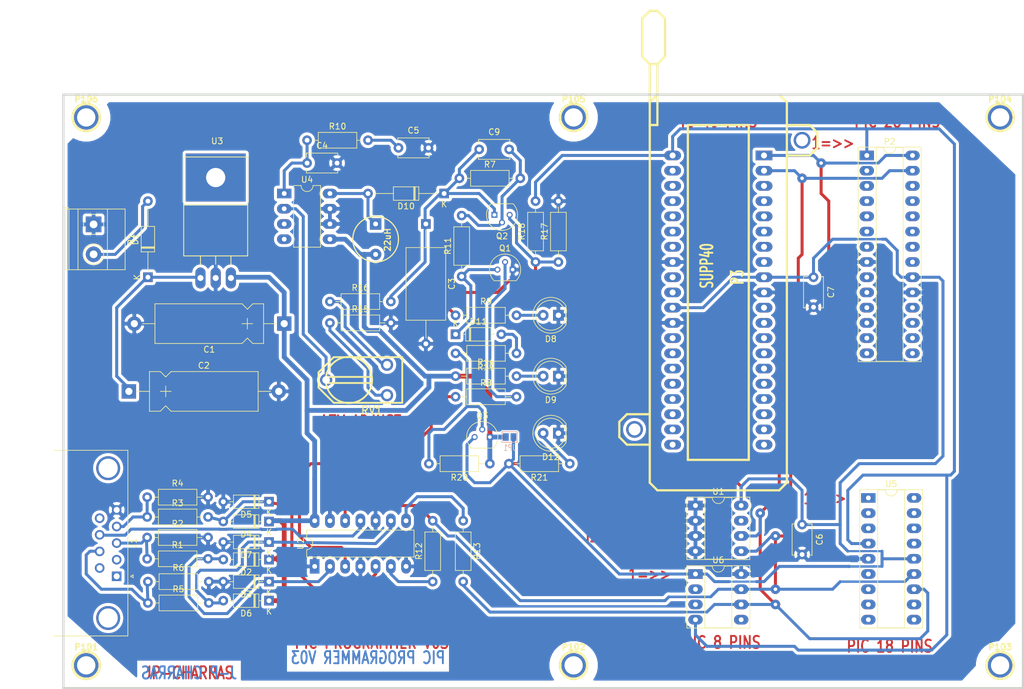
<source format=kicad_pcb>
(kicad_pcb (version 20171130) (host pcbnew "(5.0.0-rc2-dev-406-g05dae96)")
  (title_block (title "SERIAL PIC PROGRAMMER"))
  (layers (0 Composant signal) (31 Cuivre signal) (34 B.Paste user) (35 F.Paste user) (36 B.SilkS user) (37 F.SilkS user) (38 B.Mask user) (39 F.Mask user) (44 Edge.Cuts user))
  (net 0 "")
  (net 1 /CTS)
  (net 2 /DTR)
  (net 3 /PC-CLOCK-OUT)
  (net 4 /TXD)
  (net 5 GND)
  (net 6 "Net-(C2-Pad1)")
  (net 7 "Net-(C4-Pad1)")
  (net 8 "Net-(C5-Pad1)")
  (net 9 "Net-(C9-Pad2)")
  (net 10 "Net-(D11-Pad1)")
  (net 11 "Net-(D11-Pad2)")
  (net 12 "Net-(Q1-Pad2)")
  (net 13 "Net-(Q2-Pad3)")
  (net 14 "Net-(Q3-Pad2)")
  (net 15 "Net-(R12-Pad1)")
  (net 16 "Net-(R13-Pad1)")
  (net 17 "Net-(R15-Pad1)")
  (net 18 "Net-(R16-Pad1)")
  (net 19 "Net-(R8-Pad1)")
  (net 20 "Net-(RV1-Pad2)")
  (net 21 VCC)
  (net 22 VPP)
  (net 23 /pic_sockets/VCC_PIC)
  (net 24 "Net-(D1-Pad2)")
  (net 25 "Net-(D4-Pad2)")
  (net 26 "Net-(D8-Pad2)")
  (net 27 "Net-(D9-Pad2)")
  (net 28 "Net-(D12-Pad2)")
  (net 29 /VPP/MCLR)
  (net 30 /CLOCK-RB6)
  (net 31 /DATA-RB7)
  (net 32 "Net-(D2-Pad2)")
  (net 33 "Net-(D6-Pad2)")
  (net 34 "Net-(D10-Pad2)")
  (net 35 "Net-(P3-Pad2)")
  (net 36 "Net-(P3-Pad3)")
  (net 37 "Net-(P3-Pad4)")
  (net 38 "Net-(P3-Pad5)")
  (net 39 "Net-(P3-Pad6)")
  (net 40 "Net-(P3-Pad7)")
  (net 41 "Net-(P3-Pad9)")
  (net 42 "Net-(P3-Pad10)")
  (net 43 "Net-(P3-Pad13)")
  (net 44 "Net-(P3-Pad14)")
  (net 45 "Net-(P3-Pad15)")
  (net 46 "Net-(P3-Pad16)")
  (net 47 "Net-(P3-Pad17)")
  (net 48 "Net-(P3-Pad18)")
  (net 49 "Net-(P3-Pad19)")
  (net 50 "Net-(P3-Pad20)")
  (net 51 "Net-(P3-Pad21)")
  (net 52 "Net-(P3-Pad22)")
  (net 53 "Net-(P3-Pad23)")
  (net 54 "Net-(P3-Pad24)")
  (net 55 "Net-(P3-Pad25)")
  (net 56 "Net-(P3-Pad26)")
  (net 57 "Net-(P3-Pad27)")
  (net 58 "Net-(P3-Pad28)")
  (net 59 "Net-(P3-Pad29)")
  (net 60 "Net-(P3-Pad30)")
  (net 61 "Net-(P3-Pad33)")
  (net 62 "Net-(P3-Pad34)")
  (net 63 "Net-(P3-Pad35)")
  (net 64 "Net-(P3-Pad36)")
  (net 65 "Net-(P3-Pad37)")
  (net 66 "Net-(P3-Pad38)")
  (net 67 "Net-(P104-Pad1)")
  (net 68 "Net-(P103-Pad1)")
  (net 69 "Net-(P102-Pad1)")
  (net 70 "Net-(P101-Pad1)")
  (net 71 "Net-(P106-Pad1)")
  (net 72 "Net-(P105-Pad1)")
  (net 73 "Net-(J1-Pad1)")
  (net 74 "Net-(J1-Pad2)")
  (net 75 "Net-(J1-Pad6)")
  (net 76 "Net-(J1-Pad9)")
  (net 77 "Net-(U6-Pad5)")
  (net 78 "Net-(U6-Pad2)")
  (net 79 "Net-(U6-Pad3)")
  (net 80 "Net-(U1-Pad7)")
  (net 81 "Net-(U4-Pad3)")
  (net 82 "Net-(U4-Pad4)")
  (net 83 "Net-(P2-Pad15)")
  (net 84 "Net-(P2-Pad2)")
  (net 85 "Net-(P2-Pad16)")
  (net 86 "Net-(P2-Pad3)")
  (net 87 "Net-(P2-Pad17)")
  (net 88 "Net-(P2-Pad4)")
  (net 89 "Net-(P2-Pad18)")
  (net 90 "Net-(P2-Pad5)")
  (net 91 "Net-(P2-Pad6)")
  (net 92 "Net-(P2-Pad7)")
  (net 93 "Net-(P2-Pad21)")
  (net 94 "Net-(P2-Pad22)")
  (net 95 "Net-(P2-Pad9)")
  (net 96 "Net-(P2-Pad23)")
  (net 97 "Net-(P2-Pad10)")
  (net 98 "Net-(P2-Pad24)")
  (net 99 "Net-(P2-Pad11)")
  (net 100 "Net-(P2-Pad25)")
  (net 101 "Net-(P2-Pad12)")
  (net 102 "Net-(P2-Pad26)")
  (net 103 "Net-(P2-Pad13)")
  (net 104 "Net-(P2-Pad14)")
  (net 105 "Net-(U5-Pad1)")
  (net 106 "Net-(U5-Pad10)")
  (net 107 "Net-(U5-Pad2)")
  (net 108 "Net-(U5-Pad11)")
  (net 109 "Net-(U5-Pad3)")
  (net 110 "Net-(U5-Pad6)")
  (net 111 "Net-(U5-Pad15)")
  (net 112 "Net-(U5-Pad7)")
  (net 113 "Net-(U5-Pad16)")
  (net 114 "Net-(U5-Pad8)")
  (net 115 "Net-(U5-Pad17)")
  (net 116 "Net-(U5-Pad9)")
  (net 117 "Net-(U5-Pad18)")
  (module Resistor_THT:R_Axial_DIN0207_L6.3mm_D2.5mm_P10.16mm_Horizontal (layer Composant) (at 135.255 121.92 90)
    (fp_text reference R12 (at 5.08 -2.31 90) (layer F.SilkS))
    (fp_text value 470)
    (pad 2 thru_hole oval (at 10.16 0 90) (size 1.6 1.6) (drill 0.8) (layers *.Cu *.Mask) (net 31 /DATA-RB7))
    (pad 1 thru_hole circle (at 0 0 90) (size 1.6 1.6) (drill 0.8) (layers *.Cu *.Mask) (net 15 "Net-(R12-Pad1)"))
  )
  (module Resistor_THT:R_Axial_DIN0207_L6.3mm_D2.5mm_P10.16mm_Horizontal (layer Composant) (at 139.065 91.059)
    (fp_text reference R8 (at 5.08 -2.31) (layer F.SilkS))
    (fp_text value 1K)
    (pad 2 thru_hole oval (at 10.16 0) (size 1.6 1.6) (drill 0.8) (layers *.Cu *.Mask) (net 12 "Net-(Q1-Pad2)"))
    (pad 1 thru_hole circle (at 0 0) (size 1.6 1.6) (drill 0.8) (layers *.Cu *.Mask) (net 19 "Net-(R8-Pad1)"))
  )
  (module Resistor_THT:R_Axial_DIN0207_L6.3mm_D2.5mm_P10.16mm_Horizontal (layer Composant) (at 140.335 111.76 270)
    (fp_text reference R13 (at 5.08 -2.31 270) (layer F.SilkS))
    (fp_text value 470)
    (pad 2 thru_hole oval (at 10.16 0 270) (size 1.6 1.6) (drill 0.8) (layers *.Cu *.Mask) (net 30 /CLOCK-RB6))
    (pad 1 thru_hole circle (at 0 0 270) (size 1.6 1.6) (drill 0.8) (layers *.Cu *.Mask) (net 16 "Net-(R13-Pad1)"))
  )
  (module Resistor_THT:R_Axial_DIN0207_L6.3mm_D2.5mm_P10.16mm_Horizontal (layer Composant) (at 139.065 87.63)
    (fp_text reference R14 (at 5.08 -2.31) (layer F.SilkS))
    (fp_text value 470)
    (pad 2 thru_hole oval (at 10.16 0) (size 1.6 1.6) (drill 0.8) (layers *.Cu *.Mask) (net 27 "Net-(D9-Pad2)"))
    (pad 1 thru_hole circle (at 0 0) (size 1.6 1.6) (drill 0.8) (layers *.Cu *.Mask) (net 21 VCC))
  )
  (module Resistor_THT:R_Axial_DIN0207_L6.3mm_D2.5mm_P10.16mm_Horizontal (layer Composant) (at 118.11 78.74)
    (fp_text reference R15 (at 5.08 -2.31) (layer F.SilkS))
    (fp_text value 6.2K)
    (pad 2 thru_hole oval (at 10.16 0) (size 1.6 1.6) (drill 0.8) (layers *.Cu *.Mask) (net 5 GND))
    (pad 1 thru_hole circle (at 0 0) (size 1.6 1.6) (drill 0.8) (layers *.Cu *.Mask) (net 17 "Net-(R15-Pad1)"))
  )
  (module Resistor_THT:R_Axial_DIN0207_L6.3mm_D2.5mm_P10.16mm_Horizontal (layer Composant) (at 118.11 75.184)
    (fp_text reference R16 (at 5.08 -2.31) (layer F.SilkS))
    (fp_text value 62K)
    (pad 2 thru_hole oval (at 10.16 0) (size 1.6 1.6) (drill 0.8) (layers *.Cu *.Mask) (net 22 VPP))
    (pad 1 thru_hole circle (at 0 0) (size 1.6 1.6) (drill 0.8) (layers *.Cu *.Mask) (net 18 "Net-(R16-Pad1)"))
  )
  (module Resistor_THT:R_Axial_DIN0207_L6.3mm_D2.5mm_P10.16mm_Horizontal (layer Composant) (at 156.21 68.58 90)
    (fp_text reference R17 (at 5.08 -2.31 90) (layer F.SilkS))
    (fp_text value 22K)
    (pad 2 thru_hole oval (at 10.16 0 90) (size 1.6 1.6) (drill 0.8) (layers *.Cu *.Mask) (net 5 GND))
    (pad 1 thru_hole circle (at 0 0 90) (size 1.6 1.6) (drill 0.8) (layers *.Cu *.Mask) (net 13 "Net-(Q2-Pad3)"))
  )
  (module Resistor_THT:R_Axial_DIN0207_L6.3mm_D2.5mm_P10.16mm_Horizontal (layer Composant) (at 149.225 83.82 180)
    (fp_text reference R19 (at 5.08 -2.31 180) (layer F.SilkS))
    (fp_text value 2.2K)
    (pad 2 thru_hole oval (at 10.16 0 180) (size 1.6 1.6) (drill 0.8) (layers *.Cu *.Mask) (net 14 "Net-(Q3-Pad2)"))
    (pad 1 thru_hole circle (at 0 0 180) (size 1.6 1.6) (drill 0.8) (layers *.Cu *.Mask) (net 11 "Net-(D11-Pad2)"))
  )
  (module Resistor_THT:R_Axial_DIN0207_L6.3mm_D2.5mm_P10.16mm_Horizontal (layer Composant) (at 144.78 102.235 180)
    (fp_text reference R20 (at 5.08 -2.31 180) (layer F.SilkS))
    (fp_text value 2.2K)
    (pad 2 thru_hole oval (at 10.16 0 180) (size 1.6 1.6) (drill 0.8) (layers *.Cu *.Mask) (net 14 "Net-(Q3-Pad2)"))
    (pad 1 thru_hole circle (at 0 0 180) (size 1.6 1.6) (drill 0.8) (layers *.Cu *.Mask) (net 21 VCC))
  )
  (module Resistor_THT:R_Axial_DIN0207_L6.3mm_D2.5mm_P10.16mm_Horizontal (layer Composant) (at 158.115 102.235 180)
    (fp_text reference R21 (at 5.08 -2.31 180) (layer F.SilkS))
    (fp_text value 470)
    (pad 2 thru_hole oval (at 10.16 0 180) (size 1.6 1.6) (drill 0.8) (layers *.Cu *.Mask) (net 23 /pic_sockets/VCC_PIC))
    (pad 1 thru_hole circle (at 0 0 180) (size 1.6 1.6) (drill 0.8) (layers *.Cu *.Mask) (net 28 "Net-(D12-Pad2)"))
  )
  (module Resistor_THT:R_Axial_DIN0207_L6.3mm_D2.5mm_P10.16mm_Horizontal (layer Composant) (at 87.757 121.92)
    (fp_text reference R6 (at 5.08 -2.31) (layer F.SilkS))
    (fp_text value 10K)
    (pad 2 thru_hole oval (at 10.16 0) (size 1.6 1.6) (drill 0.8) (layers *.Cu *.Mask) (net 5 GND))
    (pad 1 thru_hole circle (at 0 0) (size 1.6 1.6) (drill 0.8) (layers *.Cu *.Mask) (net 3 /PC-CLOCK-OUT))
  )
  (module Resistor_THT:R_Axial_DIN0207_L6.3mm_D2.5mm_P10.16mm_Horizontal (layer Composant) (at 139.7 54.61)
    (fp_text reference R7 (at 5.08 -2.31) (layer F.SilkS))
    (fp_text value 10K)
    (pad 2 thru_hole oval (at 10.16 0) (size 1.6 1.6) (drill 0.8) (layers *.Cu *.Mask) (net 9 "Net-(C9-Pad2)"))
    (pad 1 thru_hole circle (at 0 0) (size 1.6 1.6) (drill 0.8) (layers *.Cu *.Mask) (net 22 VPP))
  )
  (module Resistor_THT:R_Axial_DIN0207_L6.3mm_D2.5mm_P10.16mm_Horizontal (layer Composant) (at 87.757 125.476)
    (fp_text reference R5 (at 5.08 -2.31) (layer F.SilkS))
    (fp_text value 10K)
    (pad 2 thru_hole oval (at 10.16 0) (size 1.6 1.6) (drill 0.8) (layers *.Cu *.Mask) (net 33 "Net-(D6-Pad2)"))
    (pad 1 thru_hole circle (at 0 0) (size 1.6 1.6) (drill 0.8) (layers *.Cu *.Mask) (net 3 /PC-CLOCK-OUT))
  )
  (module Resistor_THT:R_Axial_DIN0207_L6.3mm_D2.5mm_P10.16mm_Horizontal (layer Composant) (at 87.63 107.823)
    (fp_text reference R4 (at 5.08 -2.31) (layer F.SilkS))
    (fp_text value 10K)
    (pad 2 thru_hole oval (at 10.16 0) (size 1.6 1.6) (drill 0.8) (layers *.Cu *.Mask) (net 5 GND))
    (pad 1 thru_hole circle (at 0 0) (size 1.6 1.6) (drill 0.8) (layers *.Cu *.Mask) (net 2 /DTR))
  )
  (module Resistor_THT:R_Axial_DIN0207_L6.3mm_D2.5mm_P10.16mm_Horizontal (layer Composant) (at 87.63 111.125)
    (fp_text reference R3 (at 5.08 -2.31) (layer F.SilkS))
    (fp_text value 10K)
    (pad 2 thru_hole oval (at 10.16 0) (size 1.6 1.6) (drill 0.8) (layers *.Cu *.Mask) (net 25 "Net-(D4-Pad2)"))
    (pad 1 thru_hole circle (at 0 0) (size 1.6 1.6) (drill 0.8) (layers *.Cu *.Mask) (net 2 /DTR))
  )
  (module Resistor_THT:R_Axial_DIN0207_L6.3mm_D2.5mm_P10.16mm_Horizontal (layer Composant) (at 87.63 114.554)
    (fp_text reference R2 (at 5.08 -2.31) (layer F.SilkS))
    (fp_text value 10K)
    (pad 2 thru_hole oval (at 10.16 0) (size 1.6 1.6) (drill 0.8) (layers *.Cu *.Mask) (net 5 GND))
    (pad 1 thru_hole circle (at 0 0) (size 1.6 1.6) (drill 0.8) (layers *.Cu *.Mask) (net 4 /TXD))
  )
  (module Resistor_THT:R_Axial_DIN0207_L6.3mm_D2.5mm_P10.16mm_Horizontal (layer Composant) (at 87.63 118.11)
    (fp_text reference R1 (at 5.08 -2.31) (layer F.SilkS))
    (fp_text value 10K)
    (pad 2 thru_hole oval (at 10.16 0) (size 1.6 1.6) (drill 0.8) (layers *.Cu *.Mask) (net 32 "Net-(D2-Pad2)"))
    (pad 1 thru_hole circle (at 0 0) (size 1.6 1.6) (drill 0.8) (layers *.Cu *.Mask) (net 4 /TXD))
  )
  (module Resistor_THT:R_Axial_DIN0207_L6.3mm_D2.5mm_P10.16mm_Horizontal (layer Composant) (at 139.065 77.47)
    (fp_text reference R9 (at 5.08 -2.31) (layer F.SilkS))
    (fp_text value 2.2K)
    (pad 2 thru_hole oval (at 10.16 0) (size 1.6 1.6) (drill 0.8) (layers *.Cu *.Mask) (net 26 "Net-(D8-Pad2)"))
    (pad 1 thru_hole circle (at 0 0) (size 1.6 1.6) (drill 0.8) (layers *.Cu *.Mask) (net 13 "Net-(Q2-Pad3)"))
  )
  (module Resistor_THT:R_Axial_DIN0207_L6.3mm_D2.5mm_P10.16mm_Horizontal (layer Composant) (at 114.3 48.26)
    (fp_text reference R10 (at 5.08 -2.31) (layer F.SilkS))
    (fp_text value 5,1K)
    (pad 2 thru_hole oval (at 10.16 0) (size 1.6 1.6) (drill 0.8) (layers *.Cu *.Mask) (net 8 "Net-(C5-Pad1)"))
    (pad 1 thru_hole circle (at 0 0) (size 1.6 1.6) (drill 0.8) (layers *.Cu *.Mask) (net 7 "Net-(C4-Pad1)"))
  )
  (module Resistor_THT:R_Axial_DIN0207_L6.3mm_D2.5mm_P10.16mm_Horizontal (layer Composant) (at 152.4 68.58 90)
    (fp_text reference R18 (at 5.08 -2.31 90) (layer F.SilkS))
    (fp_text value 220)
    (pad 2 thru_hole oval (at 10.16 0 90) (size 1.6 1.6) (drill 0.8) (layers *.Cu *.Mask) (net 29 /VPP/MCLR))
    (pad 1 thru_hole circle (at 0 0 90) (size 1.6 1.6) (drill 0.8) (layers *.Cu *.Mask) (net 13 "Net-(Q2-Pad3)"))
  )
  (module Resistor_THT:R_Axial_DIN0207_L6.3mm_D2.5mm_P10.16mm_Horizontal (layer Composant) (at 140.081 70.993 90)
    (fp_text reference R11 (at 5.08 -2.31 90) (layer F.SilkS))
    (fp_text value 22K)
    (pad 2 thru_hole oval (at 10.16 0 90) (size 1.6 1.6) (drill 0.8) (layers *.Cu *.Mask) (net 9 "Net-(C9-Pad2)"))
    (pad 1 thru_hole circle (at 0 0 90) (size 1.6 1.6) (drill 0.8) (layers *.Cu *.Mask) (net 10 "Net-(D11-Pad1)"))
  )
  (module footprints:40tex-Ell600 (layer Composant) (at 182.88 74.93 270)
    (fp_text reference P3 (at -3.81 -3.175 270) (layer F.SilkS) (effects (font (size 2.032 1.27) (thickness 0.3048))))
    (fp_text value SUPP40 (at -5.715 1.905 270) (layer F.SilkS) (effects (font (size 2.032 1.27) (thickness 0.3048))))
    (pad HOLE thru_hole circle (at 21.59 13.97 270) (size 2.8 2.8) (drill 2) (layers *.Cu *.Mask))
    (pad HOLE thru_hole circle (at -26.67 -13.97 270) (size 2.8 2.8) (drill 2) (layers *.Cu *.Mask))
    (pad 40 thru_hole rect (at -24.13 -7.62 270) (size 1.6 2.8) (drill 1) (layers *.Cu *.Mask) (net 31 /DATA-RB7))
    (pad 39 thru_hole oval (at -21.59 -7.62 270) (size 1.6 2.8) (drill 1) (layers *.Cu *.Mask) (net 30 /CLOCK-RB6))
    (pad 38 thru_hole oval (at -19.05 -7.62 270) (size 1.6 2.8) (drill 1) (layers *.Cu *.Mask) (net 66 "Net-(P3-Pad38)"))
    (pad 37 thru_hole oval (at -16.51 -7.62 270) (size 1.6 2.8) (drill 1) (layers *.Cu *.Mask) (net 65 "Net-(P3-Pad37)"))
    (pad 36 thru_hole oval (at -13.97 -7.62 270) (size 1.6 2.8) (drill 1) (layers *.Cu *.Mask) (net 64 "Net-(P3-Pad36)"))
    (pad 35 thru_hole oval (at -11.43 -7.62 270) (size 1.6 2.8) (drill 1) (layers *.Cu *.Mask) (net 63 "Net-(P3-Pad35)"))
    (pad 34 thru_hole oval (at -8.89 -7.62 270) (size 1.6 2.8) (drill 1) (layers *.Cu *.Mask) (net 62 "Net-(P3-Pad34)"))
    (pad 33 thru_hole oval (at -6.35 -7.62 270) (size 1.6 2.8) (drill 1) (layers *.Cu *.Mask) (net 61 "Net-(P3-Pad33)"))
    (pad 32 thru_hole oval (at -3.81 -7.62 270) (size 1.6 2.8) (drill 1) (layers *.Cu *.Mask) (net 23 /pic_sockets/VCC_PIC))
    (pad 31 thru_hole oval (at -1.27 -7.62 270) (size 1.6 2.8) (drill 1) (layers *.Cu *.Mask) (net 5 GND))
    (pad 30 thru_hole oval (at 1.27 -7.62 270) (size 1.6 2.8) (drill 1) (layers *.Cu *.Mask) (net 60 "Net-(P3-Pad30)"))
    (pad 29 thru_hole oval (at 3.81 -7.62 270) (size 1.6 2.8) (drill 1) (layers *.Cu *.Mask) (net 59 "Net-(P3-Pad29)"))
    (pad 28 thru_hole oval (at 6.35 -7.62 270) (size 1.6 2.8) (drill 1) (layers *.Cu *.Mask) (net 58 "Net-(P3-Pad28)"))
    (pad 27 thru_hole oval (at 8.89 -7.62 270) (size 1.6 2.8) (drill 1) (layers *.Cu *.Mask) (net 57 "Net-(P3-Pad27)"))
    (pad 26 thru_hole oval (at 11.43 -7.62 270) (size 1.6 2.8) (drill 1) (layers *.Cu *.Mask) (net 56 "Net-(P3-Pad26)"))
    (pad 25 thru_hole oval (at 13.97 -7.62 270) (size 1.6 2.8) (drill 1) (layers *.Cu *.Mask) (net 55 "Net-(P3-Pad25)"))
    (pad 24 thru_hole oval (at 16.51 -7.62 270) (size 1.6 2.8) (drill 1) (layers *.Cu *.Mask) (net 54 "Net-(P3-Pad24)"))
    (pad 23 thru_hole oval (at 19.05 -7.62 270) (size 1.6 2.8) (drill 1) (layers *.Cu *.Mask) (net 53 "Net-(P3-Pad23)"))
    (pad 22 thru_hole oval (at 21.59 -7.62 270) (size 1.6 2.8) (drill 1) (layers *.Cu *.Mask) (net 52 "Net-(P3-Pad22)"))
    (pad 21 thru_hole oval (at 24.13 -7.62 270) (size 1.6 2.8) (drill 1) (layers *.Cu *.Mask) (net 51 "Net-(P3-Pad21)"))
    (pad 20 thru_hole oval (at 24.13 7.62 270) (size 1.6 2.8) (drill 1) (layers *.Cu *.Mask) (net 50 "Net-(P3-Pad20)"))
    (pad 19 thru_hole oval (at 21.59 7.62 270) (size 1.6 2.8) (drill 1) (layers *.Cu *.Mask) (net 49 "Net-(P3-Pad19)"))
    (pad 18 thru_hole oval (at 19.05 7.62 270) (size 1.6 2.8) (drill 1) (layers *.Cu *.Mask) (net 48 "Net-(P3-Pad18)"))
    (pad 17 thru_hole oval (at 16.51 7.62 270) (size 1.6 2.8) (drill 1) (layers *.Cu *.Mask) (net 47 "Net-(P3-Pad17)"))
    (pad 16 thru_hole oval (at 13.97 7.62 270) (size 1.6 2.8) (drill 1) (layers *.Cu *.Mask) (net 46 "Net-(P3-Pad16)"))
    (pad 15 thru_hole oval (at 11.43 7.62 270) (size 1.6 2.8) (drill 1) (layers *.Cu *.Mask) (net 45 "Net-(P3-Pad15)"))
    (pad 14 thru_hole oval (at 8.89 7.62 270) (size 1.6 2.8) (drill 1) (layers *.Cu *.Mask) (net 44 "Net-(P3-Pad14)"))
    (pad 13 thru_hole oval (at 6.35 7.62 270) (size 1.6 2.8) (drill 1) (layers *.Cu *.Mask) (net 43 "Net-(P3-Pad13)"))
    (pad 12 thru_hole oval (at 3.81 7.62 270) (size 1.6 2.8) (drill 1) (layers *.Cu *.Mask) (net 5 GND))
    (pad 11 thru_hole oval (at 1.27 7.62 270) (size 1.6 2.8) (drill 1) (layers *.Cu *.Mask) (net 23 /pic_sockets/VCC_PIC))
    (pad 10 thru_hole oval (at -1.27 7.62 270) (size 1.6 2.8) (drill 1) (layers *.Cu *.Mask) (net 42 "Net-(P3-Pad10)"))
    (pad 9 thru_hole oval (at -3.81 7.62 270) (size 1.6 2.8) (drill 1) (layers *.Cu *.Mask) (net 41 "Net-(P3-Pad9)"))
    (pad 8 thru_hole oval (at -6.35 7.62 270) (size 1.6 2.8) (drill 1) (layers *.Cu *.Mask) (net 5 GND))
    (pad 7 thru_hole oval (at -8.89 7.62 270) (size 1.6 2.8) (drill 1) (layers *.Cu *.Mask) (net 40 "Net-(P3-Pad7)"))
    (pad 6 thru_hole oval (at -11.43 7.62 270) (size 1.6 2.8) (drill 1) (layers *.Cu *.Mask) (net 39 "Net-(P3-Pad6)"))
    (pad 5 thru_hole oval (at -13.97 7.62 270) (size 1.6 2.8) (drill 1) (layers *.Cu *.Mask) (net 38 "Net-(P3-Pad5)"))
    (pad 4 thru_hole oval (at -16.51 7.62 270) (size 1.6 2.8) (drill 1) (layers *.Cu *.Mask) (net 37 "Net-(P3-Pad4)"))
    (pad 3 thru_hole oval (at -19.05 7.62 270) (size 1.6 2.8) (drill 1) (layers *.Cu *.Mask) (net 36 "Net-(P3-Pad3)"))
    (pad 2 thru_hole oval (at -21.59 7.62 270) (size 1.6 2.8) (drill 1) (layers *.Cu *.Mask) (net 35 "Net-(P3-Pad2)"))
    (pad 1 thru_hole oval (at -24.13 7.62 270) (size 1.6 2.8) (drill 1) (layers *.Cu *.Mask) (net 29 /VPP/MCLR))
  )
  (module footprints:RV2X4 (layer Composant) (at 122.555 88.265 180)
    (fp_text reference RV1 (at -2.54 -5.08 180) (layer F.SilkS) (effects (font (size 1.397 1.27) (thickness 0.2032))))
    (fp_text value 1K)
    (pad 3 thru_hole circle (at -5.08 2.54 180) (size 2.032 2.032) (drill 1.27) (layers *.Cu *.Mask) (net 18 "Net-(R16-Pad1)"))
    (pad 2 thru_hole circle (at 5.08 0 180) (size 2.032 2.032) (drill 1.27) (layers *.Cu *.Mask) (net 20 "Net-(RV1-Pad2)"))
    (pad 1 thru_hole circle (at -5.08 -2.54 180) (size 2.032 2.032) (drill 1.27) (layers *.Cu *.Mask) (net 17 "Net-(R15-Pad1)"))
  )
  (module footprints:INDUCTOR_V (layer Composant) (at 125.73 64.77 270)
    (fp_text reference L1)
    (fp_text value 22uH (at 0.09906 -1.99898 270) (layer F.SilkS) (effects (font (size 1.00076 1.00076) (thickness 0.2032))))
    (pad 2 thru_hole circle (at 2.54 0 270) (size 1.905 1.905) (drill 0.8128) (layers *.Cu *.Mask) (net 21 VCC))
    (pad 1 thru_hole rect (at -2.54 0 270) (size 1.905 1.905) (drill 0.8128) (layers *.Cu *.Mask) (net 34 "Net-(D10-Pad2)"))
  )
  (module footprints:1pin-4 (layer Composant) (at 229.87 44.45)
    (fp_text reference P104 (at 0 -3.048) (layer F.SilkS) (effects (font (size 1.016 1.016) (thickness 0.254))))
    (fp_text value CONN_1 hide)
    (pad 1 thru_hole circle (at 0 0) (size 4.064 4.064) (drill 3.048) (layers *.Cu *.Mask) (net 67 "Net-(P104-Pad1)") (clearance 2))
  )
  (module footprints:1pin-4 (layer Composant) (at 77.47 135.89)
    (fp_text reference P101 (at 0 -3.048) (layer F.SilkS) (effects (font (size 1.016 1.016) (thickness 0.254))))
    (fp_text value CONN_1 hide)
    (pad 1 thru_hole circle (at 0 0) (size 4.064 4.064) (drill 3.048) (layers *.Cu *.Mask) (net 70 "Net-(P101-Pad1)") (clearance 2))
  )
  (module footprints:1pin-4 (layer Composant) (at 158.75 135.89)
    (fp_text reference P102 (at 0 -3.048) (layer F.SilkS) (effects (font (size 1.016 1.016) (thickness 0.254))))
    (fp_text value CONN_1 hide)
    (pad 1 thru_hole circle (at 0 0) (size 4.064 4.064) (drill 3.048) (layers *.Cu *.Mask) (net 69 "Net-(P102-Pad1)") (clearance 2))
  )
  (module footprints:1pin-4 (layer Composant) (at 229.87 135.89)
    (fp_text reference P103 (at 0 -3.048) (layer F.SilkS) (effects (font (size 1.016 1.016) (thickness 0.254))))
    (fp_text value CONN_1 hide)
    (pad 1 thru_hole circle (at 0 0) (size 4.064 4.064) (drill 3.048) (layers *.Cu *.Mask) (net 68 "Net-(P103-Pad1)") (clearance 2))
  )
  (module footprints:1pin-4 (layer Composant) (at 158.75 44.45)
    (fp_text reference P105 (at 0 -3.048) (layer F.SilkS) (effects (font (size 1.016 1.016) (thickness 0.254))))
    (fp_text value CONN_1 hide)
    (pad 1 thru_hole circle (at 0 0) (size 4.064 4.064) (drill 3.048) (layers *.Cu *.Mask) (net 72 "Net-(P105-Pad1)") (clearance 2))
  )
  (module footprints:1pin-4 (layer Composant) (at 77.47 44.45)
    (fp_text reference P106 (at 0 -3.048) (layer F.SilkS) (effects (font (size 1.016 1.016) (thickness 0.254))))
    (fp_text value CONN_1 hide)
    (pad 1 thru_hole circle (at 0 0) (size 4.064 4.064) (drill 3.048) (layers *.Cu *.Mask) (net 71 "Net-(P106-Pad1)") (clearance 2))
  )
  (module TerminalBlock_Phoenix:TerminalBlock_Phoenix_MKDS-1,5-2_1x02_P5.00mm_Horizontal (layer Composant) (at 78.7 62.3 270)
    (fp_text reference P1 (at 2.5 -6.26 270) (layer F.SilkS))
    (fp_text value CONN_2)
    (pad 2 thru_hole circle (at 5 0 270) (size 2.6 2.6) (drill 1.3) (layers *.Cu *.Mask) (net 24 "Net-(D1-Pad2)"))
    (pad 1 thru_hole rect (at 0 0 270) (size 2.6 2.6) (drill 1.3) (layers *.Cu *.Mask) (net 5 GND))
  )
  (module Diode_THT:D_DO-35_SOD27_P12.70mm_Horizontal (layer Composant) (at 137.16 57.15 180)
    (fp_text reference D10 (at 6.35 -2.12 180) (layer F.SilkS))
    (fp_text value SCHOTTKY)
    (fp_text user K (at 0 -1.8 180) (layer F.SilkS))
    (pad 2 thru_hole oval (at 12.7 0 180) (size 1.6 1.6) (drill 0.8) (layers *.Cu *.Mask) (net 34 "Net-(D10-Pad2)"))
    (pad 1 thru_hole rect (at 0 0 180) (size 1.6 1.6) (drill 0.8) (layers *.Cu *.Mask) (net 22 VPP))
  )
  (module Diode_THT:D_DO-35_SOD27_P12.70mm_Horizontal (layer Composant) (at 87.757 71.12 90)
    (fp_text reference D1 (at 6.35 -2.12 90) (layer F.SilkS))
    (fp_text value 1N4004)
    (fp_text user K (at 0 -1.8 90) (layer F.SilkS))
    (pad 2 thru_hole oval (at 12.7 0 90) (size 1.6 1.6) (drill 0.8) (layers *.Cu *.Mask) (net 24 "Net-(D1-Pad2)"))
    (pad 1 thru_hole rect (at 0 0 90) (size 1.6 1.6) (drill 0.8) (layers *.Cu *.Mask) (net 6 "Net-(C2-Pad1)"))
  )
  (module Capacitor_THT:C_Disc_D5.1mm_W3.2mm_P5.00mm (layer Composant) (at 143.002 49.784)
    (fp_text reference C9 (at 2.5 -2.91) (layer F.SilkS))
    (fp_text value 220nF)
    (pad 2 thru_hole circle (at 5 0) (size 1.6 1.6) (drill 0.8) (layers *.Cu *.Mask) (net 9 "Net-(C9-Pad2)"))
    (pad 1 thru_hole circle (at 0 0) (size 1.6 1.6) (drill 0.8) (layers *.Cu *.Mask) (net 22 VPP))
  )
  (module Capacitor_THT:C_Disc_D5.1mm_W3.2mm_P5.00mm (layer Composant) (at 198.755 71.12 270)
    (fp_text reference C7 (at 2.5 -2.91 270) (layer F.SilkS))
    (fp_text value 100nF)
    (pad 2 thru_hole circle (at 5 0 270) (size 1.6 1.6) (drill 0.8) (layers *.Cu *.Mask) (net 5 GND))
    (pad 1 thru_hole circle (at 0 0 270) (size 1.6 1.6) (drill 0.8) (layers *.Cu *.Mask) (net 23 /pic_sockets/VCC_PIC))
  )
  (module Capacitor_THT:C_Disc_D5.1mm_W3.2mm_P5.00mm (layer Composant) (at 196.85 112.395 270)
    (fp_text reference C6 (at 2.5 -2.91 270) (layer F.SilkS))
    (fp_text value 100nF)
    (pad 2 thru_hole circle (at 5 0 270) (size 1.6 1.6) (drill 0.8) (layers *.Cu *.Mask) (net 5 GND))
    (pad 1 thru_hole circle (at 0 0 270) (size 1.6 1.6) (drill 0.8) (layers *.Cu *.Mask) (net 23 /pic_sockets/VCC_PIC))
  )
  (module Capacitor_THT:C_Disc_D5.1mm_W3.2mm_P5.00mm (layer Composant) (at 129.54 49.53)
    (fp_text reference C5 (at 2.5 -2.91) (layer F.SilkS))
    (fp_text value 10nF)
    (pad 2 thru_hole circle (at 5 0) (size 1.6 1.6) (drill 0.8) (layers *.Cu *.Mask) (net 5 GND))
    (pad 1 thru_hole circle (at 0 0) (size 1.6 1.6) (drill 0.8) (layers *.Cu *.Mask) (net 8 "Net-(C5-Pad1)"))
  )
  (module Capacitor_THT:C_Disc_D5.1mm_W3.2mm_P5.00mm (layer Composant) (at 114.3 52.07)
    (fp_text reference C4 (at 2.5 -2.91) (layer F.SilkS))
    (fp_text value 0)
    (pad 2 thru_hole circle (at 5 0) (size 1.6 1.6) (drill 0.8) (layers *.Cu *.Mask) (net 5 GND))
    (pad 1 thru_hole circle (at 0 0) (size 1.6 1.6) (drill 0.8) (layers *.Cu *.Mask) (net 7 "Net-(C4-Pad1)"))
  )
  (module footprints:LED_D5.0mm (layer Composant) (at 156.21 97.155 180)
    (fp_text reference D12 (at 1.27 -3.96 180) (layer F.SilkS))
    (fp_text value YELLOW-LED)
    (pad 2 thru_hole circle (at 2.54 0 180) (size 1.8 1.8) (drill 0.9) (layers *.Cu *.Mask) (net 28 "Net-(D12-Pad2)"))
    (pad 1 thru_hole rect (at 0 0 180) (size 1.8 1.8) (drill 0.9) (layers *.Cu *.Mask) (net 5 GND))
  )
  (module footprints:LED_D5.0mm (layer Composant) (at 156.21 87.63 180)
    (fp_text reference D9 (at 1.27 -3.96 180) (layer F.SilkS))
    (fp_text value GREEN-LED)
    (pad 2 thru_hole circle (at 2.54 0 180) (size 1.8 1.8) (drill 0.9) (layers *.Cu *.Mask) (net 27 "Net-(D9-Pad2)"))
    (pad 1 thru_hole rect (at 0 0 180) (size 1.8 1.8) (drill 0.9) (layers *.Cu *.Mask) (net 5 GND))
  )
  (module footprints:LED_D5.0mm (layer Composant) (at 156.21 77.47 180)
    (fp_text reference D8 (at 1.27 -3.96 180) (layer F.SilkS))
    (fp_text value RED-LED)
    (pad 2 thru_hole circle (at 2.54 0 180) (size 1.8 1.8) (drill 0.9) (layers *.Cu *.Mask) (net 26 "Net-(D8-Pad2)"))
    (pad 1 thru_hole rect (at 0 0 180) (size 1.8 1.8) (drill 0.9) (layers *.Cu *.Mask) (net 5 GND))
  )
  (module footprints:TO-220_LM78xx (layer Composant) (at 99.06 71.247)
    (fp_text reference U3 (at 0.24892 -22.84984) (layer F.SilkS))
    (fp_text value 7805)
    (pad GND thru_hole oval (at 0 0 90) (size 3.50012 1.69926) (drill 1.00076) (layers *.Cu *.Mask) (net 5 GND))
    (pad VI thru_hole oval (at -2.54 0 90) (size 3.50012 1.69926) (drill 1.00076) (layers *.Cu *.Mask) (net 6 "Net-(C2-Pad1)"))
    (pad VO thru_hole oval (at 2.54 0 270) (size 3.50012 1.69926) (drill 1.00076) (layers *.Cu *.Mask) (net 21 VCC))
    (pad "" thru_hole rect (at 0 -16.764) (size 10 8) (drill 3.2) (layers *.Cu *.Mask))
  )
  (module footprints:TO-92_BC237_307 (layer Composant) (at 148.082 60.706 180)
    (fp_text reference Q2 (at 1.27 -3.56 180) (layer F.SilkS))
    (fp_text value BC307)
    (pad 3 thru_hole circle (at 0 0 270) (size 1 1) (drill 0.6) (layers *.Cu *.Mask) (net 13 "Net-(Q2-Pad3)"))
    (pad 1 thru_hole rect (at 2.54 0 270) (size 1 1) (drill 0.6) (layers *.Cu *.Mask) (net 22 VPP))
    (pad 2 thru_hole circle (at 1.27 -1.27 270) (size 1 1) (drill 0.6) (layers *.Cu *.Mask) (net 9 "Net-(C9-Pad2)"))
  )
  (module footprints:TO-92_BC237_307 (layer Composant) (at 146.05 69.85)
    (fp_text reference Q1 (at 1.27 -3.56) (layer F.SilkS))
    (fp_text value BC237)
    (pad 3 thru_hole circle (at 0 0 90) (size 1 1) (drill 0.6) (layers *.Cu *.Mask) (net 10 "Net-(D11-Pad1)"))
    (pad 1 thru_hole rect (at 2.54 0 90) (size 1 1) (drill 0.6) (layers *.Cu *.Mask) (net 5 GND))
    (pad 2 thru_hole circle (at 1.27 -1.27 90) (size 1 1) (drill 0.6) (layers *.Cu *.Mask) (net 12 "Net-(Q1-Pad2)"))
  )
  (module footprints:TO-92_BC237_307 (layer Composant) (at 142.24 97.79)
    (fp_text reference Q3 (at 1.27 -3.56) (layer F.SilkS))
    (fp_text value BC307)
    (pad 3 thru_hole circle (at 0 0 90) (size 1 1) (drill 0.6) (layers *.Cu *.Mask) (net 23 /pic_sockets/VCC_PIC))
    (pad 1 thru_hole rect (at 2.54 0 90) (size 1 1) (drill 0.6) (layers *.Cu *.Mask) (net 21 VCC))
    (pad 2 thru_hole circle (at 1.27 -1.27 90) (size 1 1) (drill 0.6) (layers *.Cu *.Mask) (net 14 "Net-(Q3-Pad2)"))
  )
  (module Connector_Dsub:DSUB-9_Female_Horizontal_P2.77x2.84mm_EdgePinOffset7.70mm_Housed_MountingHolesOffset9.12mm (layer Composant) (at 82.55 121.031 270)
    (fp_text reference J1 (at -5.54 -2.8 270) (layer F.SilkS))
    (fp_text value DB9-FEMAL)
    (pad 0 thru_hole circle (at 6.96 1.42 270) (size 4 4) (drill 3.2) (layers *.Cu *.Mask))
    (pad 0 thru_hole circle (at -18.04 1.42 270) (size 4 4) (drill 3.2) (layers *.Cu *.Mask))
    (pad 9 thru_hole circle (at -9.695 2.84 270) (size 1.6 1.6) (drill 1) (layers *.Cu *.Mask) (net 76 "Net-(J1-Pad9)"))
    (pad 8 thru_hole circle (at -6.925 2.84 270) (size 1.6 1.6) (drill 1) (layers *.Cu *.Mask) (net 1 /CTS))
    (pad 7 thru_hole circle (at -4.155 2.84 270) (size 1.6 1.6) (drill 1) (layers *.Cu *.Mask) (net 3 /PC-CLOCK-OUT))
    (pad 6 thru_hole circle (at -1.385 2.84 270) (size 1.6 1.6) (drill 1) (layers *.Cu *.Mask) (net 75 "Net-(J1-Pad6)"))
    (pad 5 thru_hole circle (at -11.08 0 270) (size 1.6 1.6) (drill 1) (layers *.Cu *.Mask) (net 5 GND))
    (pad 4 thru_hole circle (at -8.31 0 270) (size 1.6 1.6) (drill 1) (layers *.Cu *.Mask) (net 2 /DTR))
    (pad 3 thru_hole circle (at -5.54 0 270) (size 1.6 1.6) (drill 1) (layers *.Cu *.Mask) (net 4 /TXD))
    (pad 2 thru_hole circle (at -2.77 0 270) (size 1.6 1.6) (drill 1) (layers *.Cu *.Mask) (net 74 "Net-(J1-Pad2)"))
    (pad 1 thru_hole rect (at 0 0 270) (size 1.6 1.6) (drill 1) (layers *.Cu *.Mask) (net 73 "Net-(J1-Pad1)"))
  )
  (module Diode_THT:D_DO-35_SOD27_P7.62mm_Horizontal (layer Composant) (at 107.95 125.095 180)
    (fp_text reference D6 (at 3.81 -2.12 180) (layer F.SilkS))
    (fp_text value BAT43)
    (fp_text user K (at 0 -1.8 180) (layer F.SilkS))
    (pad 2 thru_hole oval (at 7.62 0 180) (size 1.6 1.6) (drill 0.8) (layers *.Cu *.Mask) (net 33 "Net-(D6-Pad2)"))
    (pad 1 thru_hole rect (at 0 0 180) (size 1.6 1.6) (drill 0.8) (layers *.Cu *.Mask) (net 21 VCC))
  )
  (module Diode_THT:D_DO-35_SOD27_P7.62mm_Horizontal (layer Composant) (at 107.95 115.316 180)
    (fp_text reference D7 (at 3.81 -2.12 180) (layer F.SilkS))
    (fp_text value BAT43)
    (fp_text user K (at 0 -1.8 180) (layer F.SilkS))
    (pad 2 thru_hole oval (at 7.62 0 180) (size 1.6 1.6) (drill 0.8) (layers *.Cu *.Mask) (net 5 GND))
    (pad 1 thru_hole rect (at 0 0 180) (size 1.6 1.6) (drill 0.8) (layers *.Cu *.Mask) (net 33 "Net-(D6-Pad2)"))
  )
  (module Diode_THT:D_DO-35_SOD27_P7.62mm_Horizontal (layer Composant) (at 139.065 80.645)
    (fp_text reference D11 (at 3.81 -2.12) (layer F.SilkS))
    (fp_text value BAT43)
    (fp_text user K (at 0 -1.8) (layer F.SilkS))
    (pad 2 thru_hole oval (at 7.62 0) (size 1.6 1.6) (drill 0.8) (layers *.Cu *.Mask) (net 11 "Net-(D11-Pad2)"))
    (pad 1 thru_hole rect (at 0 0) (size 1.6 1.6) (drill 0.8) (layers *.Cu *.Mask) (net 10 "Net-(D11-Pad1)"))
  )
  (module Diode_THT:D_DO-35_SOD27_P7.62mm_Horizontal (layer Composant) (at 107.95 108.585 180)
    (fp_text reference D5 (at 3.81 -2.12 180) (layer F.SilkS))
    (fp_text value BAT43)
    (fp_text user K (at 0 -1.8 180) (layer F.SilkS))
    (pad 2 thru_hole oval (at 7.62 0 180) (size 1.6 1.6) (drill 0.8) (layers *.Cu *.Mask) (net 5 GND))
    (pad 1 thru_hole rect (at 0 0 180) (size 1.6 1.6) (drill 0.8) (layers *.Cu *.Mask) (net 25 "Net-(D4-Pad2)"))
  )
  (module Diode_THT:D_DO-35_SOD27_P7.62mm_Horizontal (layer Composant) (at 107.95 111.887 180)
    (fp_text reference D4 (at 3.81 -2.12 180) (layer F.SilkS))
    (fp_text value BAT43)
    (fp_text user K (at 0 -1.8 180) (layer F.SilkS))
    (pad 2 thru_hole oval (at 7.62 0 180) (size 1.6 1.6) (drill 0.8) (layers *.Cu *.Mask) (net 25 "Net-(D4-Pad2)"))
    (pad 1 thru_hole rect (at 0 0 180) (size 1.6 1.6) (drill 0.8) (layers *.Cu *.Mask) (net 21 VCC))
  )
  (module Diode_THT:D_DO-35_SOD27_P7.62mm_Horizontal (layer Composant) (at 107.95 121.92 180)
    (fp_text reference D3 (at 3.81 -2.12 180) (layer F.SilkS))
    (fp_text value BAT43)
    (fp_text user K (at 0 -1.8 180) (layer F.SilkS))
    (pad 2 thru_hole oval (at 7.62 0 180) (size 1.6 1.6) (drill 0.8) (layers *.Cu *.Mask) (net 5 GND))
    (pad 1 thru_hole rect (at 0 0 180) (size 1.6 1.6) (drill 0.8) (layers *.Cu *.Mask) (net 32 "Net-(D2-Pad2)"))
  )
  (module Diode_THT:D_DO-35_SOD27_P7.62mm_Horizontal (layer Composant) (at 107.95 118.237 180)
    (fp_text reference D2 (at 3.81 -2.12 180) (layer F.SilkS))
    (fp_text value BAT43)
    (fp_text user K (at 0 -1.8 180) (layer F.SilkS))
    (pad 2 thru_hole oval (at 7.62 0 180) (size 1.6 1.6) (drill 0.8) (layers *.Cu *.Mask) (net 32 "Net-(D2-Pad2)"))
    (pad 1 thru_hole rect (at 0 0 180) (size 1.6 1.6) (drill 0.8) (layers *.Cu *.Mask) (net 21 VCC))
  )
  (module Package_DIP:DIP-14_W7.62mm_LongPads (layer Composant) (at 115.57 119.38 90)
    (fp_text reference U2 (at 3.81 -2.33 90) (layer F.SilkS))
    (fp_text value 74HC125)
    (pad 14 thru_hole oval (at 7.62 0 90) (size 2.4 1.6) (drill 0.8) (layers *.Cu *.Mask) (net 21 VCC))
    (pad 7 thru_hole oval (at 0 15.24 90) (size 2.4 1.6) (drill 0.8) (layers *.Cu *.Mask) (net 5 GND))
    (pad 13 thru_hole oval (at 7.62 2.54 90) (size 2.4 1.6) (drill 0.8) (layers *.Cu *.Mask) (net 5 GND))
    (pad 6 thru_hole oval (at 0 12.7 90) (size 2.4 1.6) (drill 0.8) (layers *.Cu *.Mask) (net 15 "Net-(R12-Pad1)"))
    (pad 12 thru_hole oval (at 7.62 5.08 90) (size 2.4 1.6) (drill 0.8) (layers *.Cu *.Mask) (net 31 /DATA-RB7))
    (pad 5 thru_hole oval (at 0 10.16 90) (size 2.4 1.6) (drill 0.8) (layers *.Cu *.Mask) (net 25 "Net-(D4-Pad2)"))
    (pad 11 thru_hole oval (at 7.62 7.62 90) (size 2.4 1.6) (drill 0.8) (layers *.Cu *.Mask) (net 1 /CTS))
    (pad 4 thru_hole oval (at 0 7.62 90) (size 2.4 1.6) (drill 0.8) (layers *.Cu *.Mask) (net 5 GND))
    (pad 10 thru_hole oval (at 7.62 10.16 90) (size 2.4 1.6) (drill 0.8) (layers *.Cu *.Mask) (net 5 GND))
    (pad 3 thru_hole oval (at 0 5.08 90) (size 2.4 1.6) (drill 0.8) (layers *.Cu *.Mask) (net 19 "Net-(R8-Pad1)"))
    (pad 9 thru_hole oval (at 7.62 12.7 90) (size 2.4 1.6) (drill 0.8) (layers *.Cu *.Mask) (net 33 "Net-(D6-Pad2)"))
    (pad 2 thru_hole oval (at 0 2.54 90) (size 2.4 1.6) (drill 0.8) (layers *.Cu *.Mask) (net 32 "Net-(D2-Pad2)"))
    (pad 8 thru_hole oval (at 7.62 15.24 90) (size 2.4 1.6) (drill 0.8) (layers *.Cu *.Mask) (net 16 "Net-(R13-Pad1)"))
    (pad 1 thru_hole rect (at 0 0 90) (size 2.4 1.6) (drill 0.8) (layers *.Cu *.Mask) (net 5 GND))
  )
  (module Package_DIP:DIP-18_W7.62mm_Socket_LongPads (layer Composant) (at 207.899 107.95)
    (fp_text reference U5 (at 3.81 -2.33) (layer F.SilkS))
    (fp_text value PIC_18_PINS)
    (pad 18 thru_hole oval (at 7.62 0) (size 2.4 1.6) (drill 0.8) (layers *.Cu *.Mask) (net 117 "Net-(U5-Pad18)"))
    (pad 9 thru_hole oval (at 0 20.32) (size 2.4 1.6) (drill 0.8) (layers *.Cu *.Mask) (net 116 "Net-(U5-Pad9)"))
    (pad 17 thru_hole oval (at 7.62 2.54) (size 2.4 1.6) (drill 0.8) (layers *.Cu *.Mask) (net 115 "Net-(U5-Pad17)"))
    (pad 8 thru_hole oval (at 0 17.78) (size 2.4 1.6) (drill 0.8) (layers *.Cu *.Mask) (net 114 "Net-(U5-Pad8)"))
    (pad 16 thru_hole oval (at 7.62 5.08) (size 2.4 1.6) (drill 0.8) (layers *.Cu *.Mask) (net 113 "Net-(U5-Pad16)"))
    (pad 7 thru_hole oval (at 0 15.24) (size 2.4 1.6) (drill 0.8) (layers *.Cu *.Mask) (net 112 "Net-(U5-Pad7)"))
    (pad 15 thru_hole oval (at 7.62 7.62) (size 2.4 1.6) (drill 0.8) (layers *.Cu *.Mask) (net 111 "Net-(U5-Pad15)"))
    (pad 6 thru_hole oval (at 0 12.7) (size 2.4 1.6) (drill 0.8) (layers *.Cu *.Mask) (net 110 "Net-(U5-Pad6)"))
    (pad 14 thru_hole oval (at 7.62 10.16) (size 2.4 1.6) (drill 0.8) (layers *.Cu *.Mask) (net 23 /pic_sockets/VCC_PIC))
    (pad 5 thru_hole oval (at 0 10.16) (size 2.4 1.6) (drill 0.8) (layers *.Cu *.Mask) (net 5 GND))
    (pad 13 thru_hole oval (at 7.62 12.7) (size 2.4 1.6) (drill 0.8) (layers *.Cu *.Mask) (net 31 /DATA-RB7))
    (pad 4 thru_hole oval (at 0 7.62) (size 2.4 1.6) (drill 0.8) (layers *.Cu *.Mask) (net 29 /VPP/MCLR))
    (pad 12 thru_hole oval (at 7.62 15.24) (size 2.4 1.6) (drill 0.8) (layers *.Cu *.Mask) (net 30 /CLOCK-RB6))
    (pad 3 thru_hole oval (at 0 5.08) (size 2.4 1.6) (drill 0.8) (layers *.Cu *.Mask) (net 109 "Net-(U5-Pad3)"))
    (pad 11 thru_hole oval (at 7.62 17.78) (size 2.4 1.6) (drill 0.8) (layers *.Cu *.Mask) (net 108 "Net-(U5-Pad11)"))
    (pad 2 thru_hole oval (at 0 2.54) (size 2.4 1.6) (drill 0.8) (layers *.Cu *.Mask) (net 107 "Net-(U5-Pad2)"))
    (pad 10 thru_hole oval (at 7.62 20.32) (size 2.4 1.6) (drill 0.8) (layers *.Cu *.Mask) (net 106 "Net-(U5-Pad10)"))
    (pad 1 thru_hole rect (at 0 0) (size 2.4 1.6) (drill 0.8) (layers *.Cu *.Mask) (net 105 "Net-(U5-Pad1)"))
  )
  (module Package_DIP:DIP-28_W7.62mm_Socket_LongPads (layer Composant) (at 207.645 50.8)
    (fp_text reference P2 (at 3.81 -2.33) (layer F.SilkS))
    (fp_text value SUPP28)
    (pad 28 thru_hole oval (at 7.62 0) (size 2.4 1.6) (drill 0.8) (layers *.Cu *.Mask) (net 31 /DATA-RB7))
    (pad 14 thru_hole oval (at 0 33.02) (size 2.4 1.6) (drill 0.8) (layers *.Cu *.Mask) (net 104 "Net-(P2-Pad14)"))
    (pad 27 thru_hole oval (at 7.62 2.54) (size 2.4 1.6) (drill 0.8) (layers *.Cu *.Mask) (net 30 /CLOCK-RB6))
    (pad 13 thru_hole oval (at 0 30.48) (size 2.4 1.6) (drill 0.8) (layers *.Cu *.Mask) (net 103 "Net-(P2-Pad13)"))
    (pad 26 thru_hole oval (at 7.62 5.08) (size 2.4 1.6) (drill 0.8) (layers *.Cu *.Mask) (net 102 "Net-(P2-Pad26)"))
    (pad 12 thru_hole oval (at 0 27.94) (size 2.4 1.6) (drill 0.8) (layers *.Cu *.Mask) (net 101 "Net-(P2-Pad12)"))
    (pad 25 thru_hole oval (at 7.62 7.62) (size 2.4 1.6) (drill 0.8) (layers *.Cu *.Mask) (net 100 "Net-(P2-Pad25)"))
    (pad 11 thru_hole oval (at 0 25.4) (size 2.4 1.6) (drill 0.8) (layers *.Cu *.Mask) (net 99 "Net-(P2-Pad11)"))
    (pad 24 thru_hole oval (at 7.62 10.16) (size 2.4 1.6) (drill 0.8) (layers *.Cu *.Mask) (net 98 "Net-(P2-Pad24)"))
    (pad 10 thru_hole oval (at 0 22.86) (size 2.4 1.6) (drill 0.8) (layers *.Cu *.Mask) (net 97 "Net-(P2-Pad10)"))
    (pad 23 thru_hole oval (at 7.62 12.7) (size 2.4 1.6) (drill 0.8) (layers *.Cu *.Mask) (net 96 "Net-(P2-Pad23)"))
    (pad 9 thru_hole oval (at 0 20.32) (size 2.4 1.6) (drill 0.8) (layers *.Cu *.Mask) (net 95 "Net-(P2-Pad9)"))
    (pad 22 thru_hole oval (at 7.62 15.24) (size 2.4 1.6) (drill 0.8) (layers *.Cu *.Mask) (net 94 "Net-(P2-Pad22)"))
    (pad 8 thru_hole oval (at 0 17.78) (size 2.4 1.6) (drill 0.8) (layers *.Cu *.Mask) (net 5 GND))
    (pad 21 thru_hole oval (at 7.62 17.78) (size 2.4 1.6) (drill 0.8) (layers *.Cu *.Mask) (net 93 "Net-(P2-Pad21)"))
    (pad 7 thru_hole oval (at 0 15.24) (size 2.4 1.6) (drill 0.8) (layers *.Cu *.Mask) (net 92 "Net-(P2-Pad7)"))
    (pad 20 thru_hole oval (at 7.62 20.32) (size 2.4 1.6) (drill 0.8) (layers *.Cu *.Mask) (net 23 /pic_sockets/VCC_PIC))
    (pad 6 thru_hole oval (at 0 12.7) (size 2.4 1.6) (drill 0.8) (layers *.Cu *.Mask) (net 91 "Net-(P2-Pad6)"))
    (pad 19 thru_hole oval (at 7.62 22.86) (size 2.4 1.6) (drill 0.8) (layers *.Cu *.Mask) (net 5 GND))
    (pad 5 thru_hole oval (at 0 10.16) (size 2.4 1.6) (drill 0.8) (layers *.Cu *.Mask) (net 90 "Net-(P2-Pad5)"))
    (pad 18 thru_hole oval (at 7.62 25.4) (size 2.4 1.6) (drill 0.8) (layers *.Cu *.Mask) (net 89 "Net-(P2-Pad18)"))
    (pad 4 thru_hole oval (at 0 7.62) (size 2.4 1.6) (drill 0.8) (layers *.Cu *.Mask) (net 88 "Net-(P2-Pad4)"))
    (pad 17 thru_hole oval (at 7.62 27.94) (size 2.4 1.6) (drill 0.8) (layers *.Cu *.Mask) (net 87 "Net-(P2-Pad17)"))
    (pad 3 thru_hole oval (at 0 5.08) (size 2.4 1.6) (drill 0.8) (layers *.Cu *.Mask) (net 86 "Net-(P2-Pad3)"))
    (pad 16 thru_hole oval (at 7.62 30.48) (size 2.4 1.6) (drill 0.8) (layers *.Cu *.Mask) (net 85 "Net-(P2-Pad16)"))
    (pad 2 thru_hole oval (at 0 2.54) (size 2.4 1.6) (drill 0.8) (layers *.Cu *.Mask) (net 84 "Net-(P2-Pad2)"))
    (pad 15 thru_hole oval (at 7.62 33.02) (size 2.4 1.6) (drill 0.8) (layers *.Cu *.Mask) (net 83 "Net-(P2-Pad15)"))
    (pad 1 thru_hole rect (at 0 0) (size 2.4 1.6) (drill 0.8) (layers *.Cu *.Mask) (net 29 /VPP/MCLR))
  )
  (module Package_DIP:DIP-8_W7.62mm_LongPads (layer Composant) (at 110.49 57.15)
    (fp_text reference U4 (at 3.81 -2.33) (layer F.SilkS))
    (fp_text value LT1373)
    (pad 8 thru_hole oval (at 7.62 0) (size 2.4 1.6) (drill 0.8) (layers *.Cu *.Mask) (net 34 "Net-(D10-Pad2)"))
    (pad 4 thru_hole oval (at 0 7.62) (size 2.4 1.6) (drill 0.8) (layers *.Cu *.Mask) (net 82 "Net-(U4-Pad4)"))
    (pad 7 thru_hole oval (at 7.62 2.54) (size 2.4 1.6) (drill 0.8) (layers *.Cu *.Mask) (net 5 GND))
    (pad 3 thru_hole oval (at 0 5.08) (size 2.4 1.6) (drill 0.8) (layers *.Cu *.Mask) (net 81 "Net-(U4-Pad3)"))
    (pad 6 thru_hole oval (at 7.62 5.08) (size 2.4 1.6) (drill 0.8) (layers *.Cu *.Mask) (net 5 GND))
    (pad 2 thru_hole oval (at 0 2.54) (size 2.4 1.6) (drill 0.8) (layers *.Cu *.Mask) (net 20 "Net-(RV1-Pad2)"))
    (pad 5 thru_hole oval (at 7.62 7.62) (size 2.4 1.6) (drill 0.8) (layers *.Cu *.Mask) (net 21 VCC))
    (pad 1 thru_hole rect (at 0 0) (size 2.4 1.6) (drill 0.8) (layers *.Cu *.Mask) (net 7 "Net-(C4-Pad1)"))
  )
  (module Package_DIP:DIP-8_W7.62mm_Socket_LongPads (layer Composant) (at 179.07 109.22)
    (fp_text reference U1 (at 3.81 -2.33) (layer F.SilkS))
    (fp_text value 24Cxx)
    (pad 8 thru_hole oval (at 7.62 0) (size 2.4 1.6) (drill 0.8) (layers *.Cu *.Mask) (net 23 /pic_sockets/VCC_PIC))
    (pad 4 thru_hole oval (at 0 7.62) (size 2.4 1.6) (drill 0.8) (layers *.Cu *.Mask) (net 5 GND))
    (pad 7 thru_hole oval (at 7.62 2.54) (size 2.4 1.6) (drill 0.8) (layers *.Cu *.Mask) (net 80 "Net-(U1-Pad7)"))
    (pad 3 thru_hole oval (at 0 5.08) (size 2.4 1.6) (drill 0.8) (layers *.Cu *.Mask) (net 5 GND))
    (pad 6 thru_hole oval (at 7.62 5.08) (size 2.4 1.6) (drill 0.8) (layers *.Cu *.Mask) (net 30 /CLOCK-RB6))
    (pad 2 thru_hole oval (at 0 2.54) (size 2.4 1.6) (drill 0.8) (layers *.Cu *.Mask) (net 5 GND))
    (pad 5 thru_hole oval (at 7.62 7.62) (size 2.4 1.6) (drill 0.8) (layers *.Cu *.Mask) (net 31 /DATA-RB7))
    (pad 1 thru_hole rect (at 0 0) (size 2.4 1.6) (drill 0.8) (layers *.Cu *.Mask) (net 5 GND))
  )
  (module Package_DIP:DIP-8_W7.62mm_Socket_LongPads (layer Composant) (at 179.07 120.65)
    (fp_text reference U6 (at 3.81 -2.33) (layer F.SilkS))
    (fp_text value PIC_8_PINS)
    (pad 8 thru_hole oval (at 7.62 0) (size 2.4 1.6) (drill 0.8) (layers *.Cu *.Mask) (net 5 GND))
    (pad 4 thru_hole oval (at 0 7.62) (size 2.4 1.6) (drill 0.8) (layers *.Cu *.Mask) (net 29 /VPP/MCLR))
    (pad 7 thru_hole oval (at 7.62 2.54) (size 2.4 1.6) (drill 0.8) (layers *.Cu *.Mask) (net 31 /DATA-RB7))
    (pad 3 thru_hole oval (at 0 5.08) (size 2.4 1.6) (drill 0.8) (layers *.Cu *.Mask) (net 79 "Net-(U6-Pad3)"))
    (pad 6 thru_hole oval (at 7.62 5.08) (size 2.4 1.6) (drill 0.8) (layers *.Cu *.Mask) (net 30 /CLOCK-RB6))
    (pad 2 thru_hole oval (at 0 2.54) (size 2.4 1.6) (drill 0.8) (layers *.Cu *.Mask) (net 78 "Net-(U6-Pad2)"))
    (pad 5 thru_hole oval (at 7.62 7.62) (size 2.4 1.6) (drill 0.8) (layers *.Cu *.Mask) (net 77 "Net-(U6-Pad5)"))
    (pad 1 thru_hole rect (at 0 0) (size 2.4 1.6) (drill 0.8) (layers *.Cu *.Mask) (net 23 /pic_sockets/VCC_PIC))
  )
  (module connect:GS2 (layer Cuivre) (at 148.082 97.79 270)
    (fp_text reference JP1 (at 1.778 0 180) (layer B.SilkS) (effects (font (size 1.016 0.762) (thickness 0.127)) (justify mirror)))
    (fp_text value JUMPER hide)
    (pad 1 smd rect (at 0 0.635 270) (size 1.27 0.9652) (layers Cuivre B.Paste B.Mask) (net 21 VCC))
    (pad 2 smd rect (at 0 -0.635 270) (size 1.27 0.9652) (layers Cuivre B.Paste B.Mask) (net 23 /pic_sockets/VCC_PIC))
  )
  (module Capacitors_THT:CP_Axial_L18.0mm_D6.5mm_P25.00mm_Horizontal (layer Composant) (at 84.582 90.17)
    (fp_text reference C2 (at 12.5 -4.31) (layer F.SilkS))
    (fp_text value 220uF)
    (pad 2 thru_hole oval (at 25 0) (size 2.4 2.4) (drill 1.2) (layers *.Cu *.Mask) (net 5 GND))
    (pad 1 thru_hole rect (at 0 0) (size 2.4 2.4) (drill 1.2) (layers *.Cu *.Mask) (net 6 "Net-(C2-Pad1)"))
  )
  (module Capacitors_THT:CP_Axial_L18.0mm_D6.5mm_P25.00mm_Horizontal (layer Composant) (at 110.49 78.867 180)
    (fp_text reference C1 (at 12.5 -4.31 180) (layer F.SilkS))
    (fp_text value 100µF)
    (pad 1 thru_hole rect (at 0 0 180) (size 2.4 2.4) (drill 1.2) (layers *.Cu *.Mask) (net 21 VCC))
    (pad 2 thru_hole oval (at 25 0 180) (size 2.4 2.4) (drill 1.2) (layers *.Cu *.Mask) (net 5 GND))
  )
  (module Capacitors_THT:C_Axial_L12.0mm_D6.5mm_P20.00mm_Horizontal (layer Composant) (at 134.112 62.23 270)
    (fp_text reference C3 (at 10 -4.31 270) (layer F.SilkS))
    (fp_text value 22uF/25V)
    (pad 2 thru_hole oval (at 20 0 270) (size 1.6 1.6) (drill 0.8) (layers *.Cu *.Mask) (net 5 GND))
    (pad 1 thru_hole rect (at 0 0 270) (size 1.6 1.6) (drill 0.8) (layers *.Cu *.Mask) (net 22 VPP))
  )
  (gr_text "VCC ON" (at 162.9 99.1) (layer Composant) (effects (font (size 2.032 1.524) (thickness 0.3048))))
  (gr_text 1=>> (at 200.66 107.95) (layer Composant) (effects (font (size 2.032 1.524) (thickness 0.3048))))
  (gr_text 1=>> (at 171.45 120.65) (layer Composant) (effects (font (size 2.032 1.524) (thickness 0.3048))))
  (gr_text 1=>> (at 171.45 109.22) (layer Composant) (effects (font (size 2.032 1.524) (thickness 0.3048))))
  (gr_text 1=>> (at 202 48.7) (layer Composant) (effects (font (size 2.032 1.524) (thickness 0.3048))))
  (gr_text 1=>> (at 167.64 48.895) (layer Composant) (effects (font (size 2.032 1.524) (thickness 0.3048))))
  (gr_text JP-CHARRAS (at 94.615 137.16) (layer Composant) (effects (font (size 2.032 1.524) (thickness 0.3048))))
  (gr_text "J-P CHARRAS" (at 94.615 137.16) (layer Cuivre) (effects (font (size 2.032 1.524) (thickness 0.3048)) (justify mirror)))
  (gr_text "13V ADJUST" (at 123.19 95.25) (layer Composant) (effects (font (size 2.032 1.524) (thickness 0.3048))))
  (gr_text "PIC 40 PINS" (at 182.245 45.085) (layer Composant) (effects (font (size 2.032 1.524) (thickness 0.3048))))
  (gr_text "PIC 28 PINS" (at 212.725 45.085) (layer Composant) (effects (font (size 2.032 1.524) (thickness 0.3048))))
  (gr_text "PIC 18 PINS" (at 211.455 132.715) (layer Composant) (effects (font (size 2.032 1.524) (thickness 0.3048))))
  (gr_text "I2C PROM" (at 166.37 114.3) (layer Composant) (effects (font (size 2.032 1.524) (thickness 0.3048))))
  (gr_text "PIC 8 PINS" (at 183.515 132.08) (layer Composant) (effects (font (size 2.032 1.524) (thickness 0.3048))))
  (gr_text "PWR ON" (at 163.83 88.9) (layer Composant) (effects (font (size 2.032 1.524) (thickness 0.3048))))
  (gr_text "VPP ON" (at 163.195 80.645) (layer Composant) (effects (font (size 2.032 1.524) (thickness 0.3048))))
  (gr_text +8/12V (at 80.01 57.15) (layer Composant) (effects (font (size 2.032 1.524) (thickness 0.3048))))
  (gr_text "PIC PROGRAMMER V03" (at 125.095 132.08) (layer Composant) (effects (font (size 2.032 1.524) (thickness 0.3048))))
  (gr_text "PIC PROGRAMMER V03" (at 124.46 134.62) (layer Cuivre) (effects (font (size 2.032 1.524) (thickness 0.3048)) (justify mirror)))
  (gr_line (start 73.66 139.7) (end 73.66 40.64) (angle 90) (layer Edge.Cuts) (width 0.381))
  (gr_line (start 233.68 139.7) (end 73.66 139.7) (angle 90) (layer Edge.Cuts) (width 0.381))
  (gr_line (start 233.68 40.64) (end 233.68 139.7) (angle 90) (layer Edge.Cuts) (width 0.381))
  (gr_line (start 173.99 40.64) (end 233.68 40.64) (angle 90) (layer Edge.Cuts) (width 0.381))
  (gr_line (start 73.66 40.64) (end 173.99 40.64) (angle 90) (layer Edge.Cuts) (width 0.381))
  (segment (start 106.725999 113.217001) (end 109.174001 113.217001) (width 0.5) (layer Cuivre) (net 1))
  (segment (start 106.665998 113.157) (end 106.725999 113.217001) (width 0.5) (layer Cuivre) (net 1))
  (segment (start 100.954001 113.187001) (end 100.984002 113.157) (width 0.5) (layer Cuivre) (net 1))
  (segment (start 109.234002 113.157) (end 111.887 113.157) (width 0.5) (layer Cuivre) (net 1))
  (segment (start 109.174001 113.217001) (end 109.234002 113.157) (width 0.5) (layer Cuivre) (net 1))
  (segment (start 99.705999 113.187001) (end 100.954001 113.187001) (width 0.5) (layer Cuivre) (net 1))
  (segment (start 123.19 113.03) (end 123.19 111.76) (width 0.5) (layer Cuivre) (net 1))
  (segment (start 100.984002 113.157) (end 106.665998 113.157) (width 0.5) (layer Cuivre) (net 1))
  (segment (start 80.01 114.173) (end 83.947 114.173) (width 0.5) (layer Cuivre) (net 1))
  (segment (start 83.947 114.173) (end 84.963 113.157) (width 0.5) (layer Cuivre) (net 1))
  (segment (start 84.963 113.157) (end 99.675998 113.157) (width 0.5) (layer Cuivre) (net 1))
  (segment (start 99.675998 113.157) (end 99.705999 113.187001) (width 0.5) (layer Cuivre) (net 1))
  (segment (start 111.887 113.157) (end 113.03 114.3) (width 0.5) (layer Cuivre) (net 1))
  (segment (start 113.03 114.3) (end 121.92 114.3) (width 0.5) (layer Cuivre) (net 1))
  (segment (start 121.92 114.3) (end 123.19 113.03) (width 0.5) (layer Cuivre) (net 1))
  (segment (start 82.55 112.721) (end 83.68137 112.721) (width 0.5) (layer Cuivre) (net 2))
  (segment (start 83.68137 112.721) (end 85.27737 111.125) (width 0.5) (layer Cuivre) (net 2))
  (segment (start 85.27737 111.125) (end 86.49863 111.125) (width 0.5) (layer Cuivre) (net 2))
  (segment (start 86.49863 111.125) (end 87.63 111.125) (width 0.5) (layer Cuivre) (net 2))
  (segment (start 87.63 111.125) (end 87.63 107.823) (width 0.5) (layer Cuivre) (net 2))
  (segment (start 77.47 117.475) (end 77.47 120.65) (width 0.5) (layer Cuivre) (net 3))
  (segment (start 80.01 116.84) (end 78.105 116.84) (width 0.5) (layer Cuivre) (net 3))
  (segment (start 86.36 124.46) (end 87.757 125.476) (width 0.5) (layer Cuivre) (net 3))
  (segment (start 80.01 123.19) (end 85.09 123.19) (width 0.5) (layer Cuivre) (net 3))
  (segment (start 78.105 116.84) (end 77.47 117.475) (width 0.5) (layer Cuivre) (net 3))
  (segment (start 85.09 123.19) (end 86.36 124.46) (width 0.5) (layer Cuivre) (net 3))
  (segment (start 87.757 125.476) (end 87.63 121.92) (width 0.5) (layer Cuivre) (net 3))
  (segment (start 77.47 120.65) (end 80.01 123.19) (width 0.5) (layer Cuivre) (net 3))
  (segment (start 82.55 115.491) (end 86.693 115.491) (width 0.5) (layer Cuivre) (net 4))
  (segment (start 86.693 115.491) (end 87.63 114.554) (width 0.5) (layer Cuivre) (net 4))
  (segment (start 87.63 118.11) (end 87.503 114.554) (width 0.5) (layer Cuivre) (net 4))
  (segment (start 84.455 90.17) (end 84.455 89.535) (width 0.5) (layer Cuivre) (net 6))
  (segment (start 84.455 89.535) (end 82.55 87.63) (width 0.5) (layer Cuivre) (net 6))
  (segment (start 82.55 87.63) (end 82.55 76.2) (width 0.5) (layer Cuivre) (net 6))
  (segment (start 87.63 71.12) (end 96.52 71.12) (width 0.5) (layer Cuivre) (net 6))
  (segment (start 82.55 76.2) (end 87.63 71.12) (width 0.5) (layer Cuivre) (net 6))
  (segment (start 114.3 48.26) (end 114.3 52.07) (width 0.5) (layer Cuivre) (net 7))
  (segment (start 110.49 57.15) (end 110.49 53.34) (width 0.5) (layer Cuivre) (net 7))
  (segment (start 110.49 53.34) (end 111.76 52.07) (width 0.5) (layer Cuivre) (net 7))
  (segment (start 111.76 52.07) (end 114.3 52.07) (width 0.5) (layer Cuivre) (net 7))
  (segment (start 128.27 48.26) (end 129.54 49.53) (width 0.5) (layer Cuivre) (net 8))
  (segment (start 124.46 48.26) (end 128.27 48.26) (width 0.5) (layer Cuivre) (net 8))
  (segment (start 146.812 61.976) (end 146.812 57.658) (width 0.5) (layer Cuivre) (net 9))
  (segment (start 146.812 57.658) (end 149.86 54.61) (width 0.5) (layer Cuivre) (net 9))
  (segment (start 148.002 49.784) (end 149.86 51.642) (width 0.5) (layer Cuivre) (net 9))
  (segment (start 149.86 51.642) (end 149.86 54.61) (width 0.5) (layer Cuivre) (net 9))
  (segment (start 140.081 60.833) (end 141.21237 60.833) (width 0.5) (layer Cuivre) (net 9))
  (segment (start 141.21237 60.833) (end 142.855369 62.475999) (width 0.5) (layer Cuivre) (net 9))
  (segment (start 142.855369 62.475999) (end 146.312001 62.475999) (width 0.5) (layer Cuivre) (net 9))
  (segment (start 146.312001 62.475999) (end 146.812 61.976) (width 0.5) (layer Cuivre) (net 9))
  (segment (start 140.081 70.993) (end 141.224 69.85) (width 0.5) (layer Cuivre) (net 10))
  (segment (start 141.224 69.85) (end 146.05 69.85) (width 0.5) (layer Cuivre) (net 10))
  (segment (start 139.065 80.645) (end 141.605 78.105) (width 0.5) (layer Cuivre) (net 10))
  (segment (start 141.605 78.105) (end 141.605 72.517) (width 0.5) (layer Cuivre) (net 10))
  (segment (start 141.605 72.517) (end 140.081 70.993) (width 0.5) (layer Cuivre) (net 10))
  (segment (start 146.685 80.645) (end 148.59 80.645) (width 0.5) (layer Cuivre) (net 11))
  (segment (start 149.225 81.28) (end 149.225 83.82) (width 0.5) (layer Cuivre) (net 11))
  (segment (start 148.59 80.645) (end 149.225 81.28) (width 0.5) (layer Cuivre) (net 11))
  (segment (start 147.32 71.12) (end 147.32 68.58) (width 0.5) (layer Cuivre) (net 12))
  (segment (start 144.78 75.565) (end 147.32 73.025) (width 0.5) (layer Cuivre) (net 12))
  (segment (start 144.78 89.916) (end 144.78 75.565) (width 0.5) (layer Cuivre) (net 12))
  (segment (start 145.923 91.059) (end 144.78 89.916) (width 0.5) (layer Cuivre) (net 12))
  (segment (start 149.225 91.059) (end 145.923 91.059) (width 0.5) (layer Cuivre) (net 12))
  (segment (start 147.32 73.025) (end 147.32 71.12) (width 0.5) (layer Cuivre) (net 12))
  (segment (start 152.4 68.58) (end 156.21 68.58) (width 0.5) (layer Cuivre) (net 13))
  (segment (start 148.082 60.706) (end 148.082 61.413106) (width 0.5) (layer Cuivre) (net 13))
  (segment (start 148.082 61.413106) (end 149.225 62.556106) (width 0.5) (layer Cuivre) (net 13))
  (segment (start 149.225 62.556106) (end 149.225 65.405) (width 0.5) (layer Cuivre) (net 13))
  (segment (start 152.4 68.58) (end 152.4 69.85) (width 0.5) (layer Composant) (net 13))
  (segment (start 146.05 73.66) (end 147.955 71.755) (width 0.5) (layer Composant) (net 13))
  (segment (start 137.795 74.93) (end 137.795 76.2) (width 0.5) (layer Composant) (net 13))
  (segment (start 137.795 74.93) (end 139.065 73.66) (width 0.5) (layer Composant) (net 13))
  (segment (start 147.955 71.755) (end 150.495 71.755) (width 0.5) (layer Composant) (net 13))
  (segment (start 149.225 65.405) (end 152.4 68.58) (width 0.5) (layer Cuivre) (net 13))
  (segment (start 139.065 73.66) (end 146.05 73.66) (width 0.5) (layer Composant) (net 13))
  (segment (start 137.795 76.2) (end 139.065 77.47) (width 0.5) (layer Composant) (net 13))
  (segment (start 150.495 71.755) (end 152.4 69.85) (width 0.5) (layer Composant) (net 13))
  (segment (start 142.875 92.71) (end 143.51 93.345) (width 0.5) (layer Cuivre) (net 14))
  (segment (start 143.51 93.345) (end 143.51 96.52) (width 0.5) (layer Cuivre) (net 14))
  (segment (start 140.97 92.71) (end 142.875 92.71) (width 0.5) (layer Cuivre) (net 14))
  (segment (start 140.97 85.09) (end 140.97 92.71) (width 0.5) (layer Cuivre) (net 14))
  (segment (start 135.255 96.52) (end 137.16 96.52) (width 0.5) (layer Cuivre) (net 14))
  (segment (start 137.16 96.52) (end 140.97 92.71) (width 0.5) (layer Cuivre) (net 14))
  (segment (start 140.97 85.09) (end 139.7 83.82) (width 0.5) (layer Cuivre) (net 14))
  (segment (start 139.7 83.82) (end 139.065 83.82) (width 0.5) (layer Cuivre) (net 14))
  (segment (start 134.62 97.155) (end 134.62 102.235) (width 0.5) (layer Cuivre) (net 14))
  (segment (start 135.255 96.52) (end 134.62 97.155) (width 0.5) (layer Cuivre) (net 14))
  (segment (start 128.27 119.38) (end 128.27 120.65) (width 0.5) (layer Cuivre) (net 15))
  (segment (start 129.54 121.92) (end 135.255 121.92) (width 0.5) (layer Cuivre) (net 15))
  (segment (start 128.27 120.65) (end 129.54 121.92) (width 0.5) (layer Cuivre) (net 15))
  (segment (start 130.81 109.6264) (end 132.6896 107.7468) (width 0.5) (layer Cuivre) (net 16))
  (segment (start 130.81 111.76) (end 130.81 109.6264) (width 0.5) (layer Cuivre) (net 16))
  (segment (start 140.335 109.6772) (end 140.335 111.76) (width 0.5) (layer Cuivre) (net 16))
  (segment (start 138.4046 107.7468) (end 140.335 109.6772) (width 0.5) (layer Cuivre) (net 16))
  (segment (start 132.6896 107.7468) (end 138.4046 107.7468) (width 0.5) (layer Cuivre) (net 16))
  (segment (start 125.73 90.805) (end 127.635 90.805) (width 0.5) (layer Cuivre) (net 17))
  (segment (start 124.46 86.36) (end 124.46 89.535) (width 0.5) (layer Cuivre) (net 17))
  (segment (start 118.11 78.74) (end 118.11 80.01) (width 0.5) (layer Cuivre) (net 17))
  (segment (start 118.11 80.01) (end 124.46 86.36) (width 0.5) (layer Cuivre) (net 17))
  (segment (start 124.46 89.535) (end 125.73 90.805) (width 0.5) (layer Cuivre) (net 17))
  (segment (start 118.11 75.184) (end 119.634 75.184) (width 0.5) (layer Cuivre) (net 18))
  (segment (start 119.634 75.184) (end 120.65 76.2) (width 0.5) (layer Cuivre) (net 18))
  (segment (start 120.65 76.2) (end 120.65 79.375) (width 0.5) (layer Cuivre) (net 18))
  (segment (start 120.65 79.375) (end 127 85.725) (width 0.5) (layer Cuivre) (net 18))
  (segment (start 127 85.725) (end 127.635 85.725) (width 0.5) (layer Cuivre) (net 18))
  (segment (start 135.001 92.456) (end 136.398 91.059) (width 0.5) (layer Composant) (net 19))
  (segment (start 129.032 102.235) (end 135.001 96.266) (width 0.5) (layer Composant) (net 19))
  (segment (start 135.001 96.266) (end 135.001 92.456) (width 0.5) (layer Composant) (net 19))
  (segment (start 113.03 104.14) (end 114.935 102.235) (width 0.5) (layer Composant) (net 19))
  (segment (start 114.935 102.235) (end 129.032 102.235) (width 0.5) (layer Composant) (net 19))
  (segment (start 120.015 116.205) (end 114.935 116.205) (width 0.5) (layer Composant) (net 19))
  (segment (start 113.03 114.3) (end 113.03 104.14) (width 0.5) (layer Composant) (net 19))
  (segment (start 120.65 119.38) (end 120.65 116.84) (width 0.5) (layer Composant) (net 19))
  (segment (start 120.65 116.84) (end 120.015 116.205) (width 0.5) (layer Composant) (net 19))
  (segment (start 114.935 116.205) (end 113.03 114.3) (width 0.5) (layer Composant) (net 19))
  (segment (start 136.398 91.059) (end 139.065 91.059) (width 0.5) (layer Composant) (net 19))
  (segment (start 117.475 84.455) (end 117.475 88.265) (width 0.5) (layer Cuivre) (net 20))
  (segment (start 113.665 60.96) (end 113.665 80.645) (width 0.5) (layer Cuivre) (net 20))
  (segment (start 112.395 59.69) (end 113.665 60.96) (width 0.5) (layer Cuivre) (net 20))
  (segment (start 110.49 59.69) (end 112.395 59.69) (width 0.5) (layer Cuivre) (net 20))
  (segment (start 113.665 80.645) (end 117.475 84.455) (width 0.5) (layer Cuivre) (net 20))
  (segment (start 141.986 87.63) (end 144.78 90.424) (width 0.8) (layer Composant) (net 21))
  (segment (start 144.78 90.424) (end 144.78 97.79) (width 0.8) (layer Composant) (net 21))
  (segment (start 139.065 87.63) (end 141.986 87.63) (width 0.8) (layer Composant) (net 21))
  (segment (start 107.95 125.095) (end 109.55 125.095) (width 0.8) (layer Composant) (net 21))
  (segment (start 109.55 125.095) (end 110.49 124.155) (width 0.8) (layer Composant) (net 21))
  (segment (start 110.49 124.155) (end 110.49 119.38) (width 0.8) (layer Composant) (net 21))
  (segment (start 110.49 119.38) (end 109.22 118.11) (width 0.8) (layer Composant) (net 21))
  (segment (start 107.95 111.76) (end 109.855 111.76) (width 0.8) (layer Composant) (net 21))
  (segment (start 147.447 97.79) (end 144.78 97.79) (width 0.8) (layer Cuivre) (net 21))
  (segment (start 144.78 97.79) (end 144.78 97.917) (width 0.8) (layer Cuivre) (net 21))
  (segment (start 133.985 87.63) (end 126.365 80.01) (width 0.8) (layer Cuivre) (net 21))
  (segment (start 114.3 93.345) (end 130.81 93.345) (width 0.8) (layer Cuivre) (net 21))
  (segment (start 134.62 89.535) (end 134.62 87.63) (width 0.8) (layer Cuivre) (net 21))
  (segment (start 118.11 64.77) (end 120.65 64.77) (width 0.8) (layer Cuivre) (net 21))
  (segment (start 123.19 67.31) (end 120.65 64.77) (width 0.8) (layer Cuivre) (net 21))
  (segment (start 123.825 67.31) (end 123.19 67.31) (width 0.8) (layer Cuivre) (net 21))
  (segment (start 134.62 87.63) (end 133.985 87.63) (width 0.8) (layer Cuivre) (net 21))
  (segment (start 144.78 102.235) (end 144.78 97.917) (width 0.8) (layer Cuivre) (net 21))
  (segment (start 126.365 80.01) (end 124.46 80.01) (width 0.8) (layer Cuivre) (net 21))
  (segment (start 124.46 80.01) (end 123.825 79.375) (width 0.8) (layer Cuivre) (net 21))
  (segment (start 139.065 87.63) (end 134.62 87.63) (width 0.8) (layer Cuivre) (net 21))
  (segment (start 101.6 71.12) (end 107.95 71.12) (width 0.8) (layer Cuivre) (net 21))
  (segment (start 115.57 98.425) (end 115.57 104.775) (width 0.8) (layer Cuivre) (net 21))
  (segment (start 114.3 93.345) (end 114.3 97.155) (width 0.8) (layer Cuivre) (net 21))
  (segment (start 114.3 97.155) (end 115.57 98.425) (width 0.8) (layer Cuivre) (net 21))
  (segment (start 115.57 111.76) (end 115.57 104.775) (width 0.8) (layer Cuivre) (net 21))
  (segment (start 123.825 79.375) (end 123.825 67.31) (width 0.8) (layer Cuivre) (net 21))
  (segment (start 130.81 93.345) (end 134.62 89.535) (width 0.8) (layer Cuivre) (net 21))
  (segment (start 110.49 84.455) (end 114.3 88.265) (width 0.8) (layer Cuivre) (net 21))
  (segment (start 114.3 88.265) (end 114.3 93.345) (width 0.8) (layer Cuivre) (net 21))
  (segment (start 110.49 78.74) (end 110.49 84.455) (width 0.8) (layer Cuivre) (net 21))
  (segment (start 110.49 73.66) (end 107.95 71.12) (width 0.8) (layer Cuivre) (net 21))
  (segment (start 110.49 78.74) (end 110.49 73.66) (width 0.8) (layer Cuivre) (net 21))
  (segment (start 125.73 67.31) (end 123.825 67.31) (width 0.8) (layer Cuivre) (net 21))
  (segment (start 107.95 111.76) (end 115.57 111.76) (width 0.8) (layer Cuivre) (net 21))
  (segment (start 109.22 118.11) (end 107.95 118.11) (width 0.8) (layer Composant) (net 21))
  (segment (start 110.49 116.84) (end 109.22 118.11) (width 0.8) (layer Composant) (net 21))
  (segment (start 110.49 112.395) (end 110.49 116.84) (width 0.8) (layer Composant) (net 21))
  (segment (start 109.855 111.76) (end 110.49 112.395) (width 0.8) (layer Composant) (net 21))
  (segment (start 137.16 57.15) (end 139.7 54.61) (width 0.5) (layer Cuivre) (net 22))
  (segment (start 139.7 54.61) (end 139.7 53.086) (width 0.5) (layer Cuivre) (net 22))
  (segment (start 139.7 53.086) (end 143.002 49.784) (width 0.5) (layer Cuivre) (net 22))
  (segment (start 137.16 57.15) (end 142.748 57.15) (width 0.5) (layer Cuivre) (net 22))
  (segment (start 145.542 60.706) (end 145.542 59.706) (width 0.5) (layer Cuivre) (net 22))
  (segment (start 145.542 59.706) (end 142.986 57.15) (width 0.5) (layer Cuivre) (net 22))
  (segment (start 142.986 57.15) (end 142.748 57.15) (width 0.5) (layer Cuivre) (net 22))
  (segment (start 136.525 57.15) (end 133.985 59.69) (width 0.5) (layer Cuivre) (net 22))
  (segment (start 136.525 57.15) (end 137.16 57.15) (width 0.5) (layer Cuivre) (net 22))
  (segment (start 133.985 68.58) (end 128.27 74.295) (width 0.5) (layer Cuivre) (net 22))
  (segment (start 133.985 62.23) (end 133.985 68.58) (width 0.5) (layer Cuivre) (net 22))
  (segment (start 133.985 62.23) (end 133.985 59.69) (width 0.5) (layer Cuivre) (net 22))
  (segment (start 128.27 74.295) (end 128.27 75.184) (width 0.5) (layer Cuivre) (net 22))
  (segment (start 148.717 97.79) (end 148.717 101.473) (width 0.5) (layer Cuivre) (net 23))
  (segment (start 148.717 101.473) (end 147.955 102.235) (width 0.5) (layer Cuivre) (net 23))
  (segment (start 140.97 99.06) (end 142.24 97.79) (width 0.5) (layer Cuivre) (net 23))
  (segment (start 204.73401 119.39001) (end 204.724 119.38) (width 0.5) (layer Cuivre) (net 23))
  (segment (start 204.724 119.38) (end 193.04 119.38) (width 0.5) (layer Cuivre) (net 23))
  (segment (start 193.04 119.38) (end 190.5 121.92) (width 0.5) (layer Cuivre) (net 23))
  (segment (start 190.5 121.92) (end 189.23 121.92) (width 0.5) (layer Cuivre) (net 23))
  (segment (start 210.185 119.38) (end 208.839207 119.38) (width 0.4) (layer Cuivre) (net 23))
  (segment (start 208.839207 119.38) (end 208.829197 119.39001) (width 0.4) (layer Cuivre) (net 23))
  (segment (start 208.829197 119.39001) (end 204.73401 119.39001) (width 0.4) (layer Cuivre) (net 23))
  (segment (start 196.85 112.395) (end 203.2 112.395) (width 0.5) (layer Cuivre) (net 23))
  (segment (start 170.18 104.775) (end 154.305 104.775) (width 0.5) (layer Composant) (net 23))
  (segment (start 170.18 104.775) (end 185.42 104.775) (width 0.5) (layer Composant) (net 23))
  (segment (start 185.42 104.775) (end 186.69 106.045) (width 0.5) (layer Composant) (net 23))
  (segment (start 186.69 109.22) (end 186.69 106.045) (width 0.5) (layer Composant) (net 23))
  (segment (start 151.765 102.235) (end 147.955 102.235) (width 0.5) (layer Composant) (net 23))
  (segment (start 154.305 104.775) (end 151.765 102.235) (width 0.5) (layer Composant) (net 23))
  (segment (start 186.69 106.045) (end 187.96 104.775) (width 0.5) (layer Cuivre) (net 23))
  (segment (start 196.85 106.68) (end 194.945 104.775) (width 0.5) (layer Cuivre) (net 23))
  (segment (start 196.85 112.395) (end 196.85 106.68) (width 0.5) (layer Cuivre) (net 23))
  (segment (start 186.69 109.22) (end 186.69 106.045) (width 0.5) (layer Cuivre) (net 23))
  (segment (start 187.96 104.775) (end 194.945 104.775) (width 0.5) (layer Cuivre) (net 23))
  (segment (start 201.93 64.77) (end 205.74 64.77) (width 0.5) (layer Cuivre) (net 23))
  (segment (start 198.755 67.945) (end 201.93 64.77) (width 0.5) (layer Cuivre) (net 23))
  (segment (start 205.74 64.77) (end 210.185 64.77) (width 0.4) (layer Cuivre) (net 23))
  (segment (start 198.755 71.12) (end 198.755 67.945) (width 0.5) (layer Cuivre) (net 23))
  (segment (start 210.185 64.77) (end 210.82 64.77) (width 0.5) (layer Cuivre) (net 23))
  (segment (start 190.5 71.12) (end 198.755 71.12) (width 0.5) (layer Cuivre) (net 23))
  (segment (start 213.36 71.12) (end 215.265 71.12) (width 0.5) (layer Cuivre) (net 23))
  (segment (start 212.725 70.485) (end 213.36 71.12) (width 0.5) (layer Cuivre) (net 23))
  (segment (start 166.37 120.65) (end 147.955 102.235) (width 0.5) (layer Cuivre) (net 23))
  (segment (start 210.82 64.77) (end 212.725 66.675) (width 0.5) (layer Cuivre) (net 23))
  (segment (start 206.375 102.235) (end 219.075 102.235) (width 0.5) (layer Cuivre) (net 23))
  (segment (start 203.2 105.41) (end 203.2 112.395) (width 0.5) (layer Cuivre) (net 23))
  (segment (start 219.075 102.235) (end 220.345 100.965) (width 0.5) (layer Cuivre) (net 23))
  (segment (start 220.345 100.965) (end 220.345 71.755) (width 0.5) (layer Cuivre) (net 23))
  (segment (start 220.345 71.755) (end 219.71 71.12) (width 0.5) (layer Cuivre) (net 23))
  (segment (start 219.71 71.12) (end 215.265 71.12) (width 0.5) (layer Cuivre) (net 23))
  (segment (start 203.2 105.41) (end 206.375 102.235) (width 0.5) (layer Cuivre) (net 23))
  (segment (start 212.725 66.675) (end 212.725 70.485) (width 0.5) (layer Cuivre) (net 23))
  (segment (start 204.47 116.84) (end 210.185 116.84) (width 0.35) (layer Cuivre) (net 23))
  (segment (start 210.185 118.11) (end 210.185 116.84) (width 0.5) (layer Cuivre) (net 23))
  (segment (start 203.2 115.57) (end 204.47 116.84) (width 0.5) (layer Cuivre) (net 23))
  (segment (start 203.2 112.395) (end 203.2 115.57) (width 0.5) (layer Cuivre) (net 23))
  (segment (start 210.185 119.38) (end 210.185 118.11) (width 0.5) (layer Cuivre) (net 23))
  (segment (start 182.245 121.92) (end 184.7 121.92) (width 0.5) (layer Cuivre) (net 23))
  (segment (start 184.7 121.92) (end 189.23 121.92) (width 0.35) (layer Cuivre) (net 23))
  (segment (start 185.42 71.12) (end 190.5 71.12) (width 0.5) (layer Cuivre) (net 23))
  (segment (start 180.975 120.65) (end 182.245 121.92) (width 0.5) (layer Cuivre) (net 23))
  (segment (start 179.07 120.65) (end 180.975 120.65) (width 0.5) (layer Cuivre) (net 23))
  (segment (start 175.26 76.2) (end 180.34 76.2) (width 0.5) (layer Cuivre) (net 23))
  (segment (start 210.185 118.11) (end 215.265 118.11) (width 0.5) (layer Cuivre) (net 23))
  (segment (start 180.34 76.2) (end 185.42 71.12) (width 0.5) (layer Cuivre) (net 23))
  (segment (start 140.97 99.06) (end 140.97 104.14) (width 0.5) (layer Cuivre) (net 23))
  (segment (start 140.97 104.14) (end 142.24 105.41) (width 0.5) (layer Cuivre) (net 23))
  (segment (start 142.24 105.41) (end 144.78 105.41) (width 0.5) (layer Cuivre) (net 23))
  (segment (start 144.78 105.41) (end 147.955 102.235) (width 0.5) (layer Cuivre) (net 23))
  (segment (start 179.07 120.65) (end 166.37 120.65) (width 0.5) (layer Cuivre) (net 23))
  (segment (start 86.868 62.738) (end 86.868 59.309) (width 0.5) (layer Cuivre) (net 24))
  (segment (start 86.868 59.309) (end 87.757 58.42) (width 0.5) (layer Cuivre) (net 24))
  (segment (start 82.296 67.31) (end 86.868 62.738) (width 0.5) (layer Cuivre) (net 24))
  (segment (start 78.74 67.31) (end 82.296 67.31) (width 0.5) (layer Cuivre) (net 24))
  (segment (start 107.95 108.585) (end 103.632 108.585) (width 0.5) (layer Cuivre) (net 25))
  (segment (start 103.632 108.585) (end 100.33 111.887) (width 0.5) (layer Cuivre) (net 25))
  (segment (start 111.76 109.855) (end 111.76 119.38) (width 0.5) (layer Composant) (net 25))
  (segment (start 111.125 109.22) (end 111.76 109.855) (width 0.5) (layer Composant) (net 25))
  (segment (start 107.95 108.712) (end 111.125 109.22) (width 0.5) (layer Composant) (net 25))
  (segment (start 100.33 111.76) (end 97.79 111.125) (width 0.5) (layer Cuivre) (net 25))
  (segment (start 125.73 120.65) (end 125.73 119.38) (width 0.5) (layer Composant) (net 25))
  (segment (start 115.57 123.19) (end 123.19 123.19) (width 0.5) (layer Composant) (net 25))
  (segment (start 111.76 119.38) (end 115.57 123.19) (width 0.5) (layer Composant) (net 25))
  (segment (start 123.19 123.19) (end 125.73 120.65) (width 0.5) (layer Composant) (net 25))
  (segment (start 153.67 77.47) (end 149.225 77.47) (width 0.5) (layer Cuivre) (net 26))
  (segment (start 153.67 87.63) (end 149.225 87.63) (width 0.5) (layer Cuivre) (net 27))
  (segment (start 153.67 97.155) (end 153.67 97.79) (width 0.5) (layer Cuivre) (net 28))
  (segment (start 153.67 97.79) (end 158.115 102.235) (width 0.5) (layer Cuivre) (net 28))
  (segment (start 207.645 50.8) (end 207.645 46.355) (width 0.5) (layer Cuivre) (net 29))
  (segment (start 179.07 130.81) (end 180.975 132.715) (width 0.5) (layer Cuivre) (net 29))
  (segment (start 207.645 115.57) (end 205.105 115.57) (width 0.5) (layer Cuivre) (net 29))
  (segment (start 221.615 104.14) (end 220.98 104.14) (width 0.5) (layer Cuivre) (net 29))
  (segment (start 221.615 104.14) (end 222.25 103.505) (width 0.5) (layer Cuivre) (net 29))
  (segment (start 220.98 130.81) (end 220.98 104.14) (width 0.5) (layer Cuivre) (net 29))
  (segment (start 218.44 133.35) (end 220.98 130.81) (width 0.5) (layer Cuivre) (net 29))
  (segment (start 222.25 48.895) (end 222.25 103.505) (width 0.5) (layer Cuivre) (net 29))
  (segment (start 205.105 115.57) (end 204.47 114.935) (width 0.5) (layer Cuivre) (net 29))
  (segment (start 204.47 114.935) (end 204.47 106.68) (width 0.5) (layer Cuivre) (net 29))
  (segment (start 204.47 106.68) (end 207.01 104.14) (width 0.5) (layer Cuivre) (net 29))
  (segment (start 207.01 104.14) (end 220.98 104.14) (width 0.5) (layer Cuivre) (net 29))
  (segment (start 219.71 46.355) (end 207.645 46.355) (width 0.5) (layer Cuivre) (net 29))
  (segment (start 156.845 50.8) (end 175.26 50.8) (width 0.5) (layer Cuivre) (net 29))
  (segment (start 195.58 132.715) (end 196.215 133.35) (width 0.5) (layer Cuivre) (net 29))
  (segment (start 175.26 50.8) (end 175.26 47.625) (width 0.5) (layer Cuivre) (net 29))
  (segment (start 179.07 130.81) (end 179.07 128.27) (width 0.5) (layer Cuivre) (net 29))
  (segment (start 207.645 46.355) (end 176.53 46.355) (width 0.5) (layer Cuivre) (net 29))
  (segment (start 175.26 47.625) (end 176.53 46.355) (width 0.5) (layer Cuivre) (net 29))
  (segment (start 222.25 48.895) (end 219.71 46.355) (width 0.5) (layer Cuivre) (net 29))
  (segment (start 196.215 133.35) (end 218.44 133.35) (width 0.5) (layer Cuivre) (net 29))
  (segment (start 195.58 132.715) (end 180.975 132.715) (width 0.5) (layer Cuivre) (net 29))
  (segment (start 152.4 55.245) (end 152.4 58.42) (width 0.5) (layer Cuivre) (net 29))
  (segment (start 156.845 50.8) (end 152.4 55.245) (width 0.5) (layer Cuivre) (net 29))
  (segment (start 189.865 110.49) (end 189.865 113.665) (width 0.5) (layer Cuivre) (net 30))
  (segment (start 140.335 122.555) (end 144.78 127) (width 0.5) (layer Cuivre) (net 30))
  (segment (start 217.805 123.825) (end 217.17 123.19) (width 0.5) (layer Cuivre) (net 30))
  (segment (start 217.805 130.175) (end 217.805 123.825) (width 0.5) (layer Cuivre) (net 30))
  (segment (start 205.74 54.61) (end 208.915 54.61) (width 0.4318) (layer Cuivre) (net 30))
  (segment (start 196.85 54.61) (end 205.74 54.61) (width 0.5) (layer Cuivre) (net 30))
  (segment (start 211.455 53.34) (end 210.185 54.61) (width 0.5) (layer Cuivre) (net 30))
  (segment (start 210.185 54.61) (end 208.915 54.61) (width 0.5) (layer Cuivre) (net 30))
  (segment (start 211.455 53.34) (end 215.265 53.34) (width 0.5) (layer Cuivre) (net 30))
  (segment (start 192.405 125.73) (end 198.12 131.445) (width 0.5) (layer Cuivre) (net 30))
  (segment (start 144.78 127) (end 177.165 127) (width 0.5) (layer Cuivre) (net 30))
  (segment (start 193.04 107.315) (end 193.04 75.565) (width 0.5) (layer Composant) (net 30))
  (segment (start 196.85 67.31) (end 196.85 54.61) (width 0.5) (layer Composant) (net 30))
  (segment (start 189.865 123.19) (end 192.405 125.73) (width 0.5) (layer Composant) (net 30))
  (segment (start 189.23 114.3) (end 186.69 114.3) (width 0.5) (layer Cuivre) (net 30))
  (via (at 192.405 125.73) (size 1.6) (layers Composant Cuivre) (net 30))
  (via (at 196.85 54.61) (size 1.6) (layers Composant Cuivre) (net 30))
  (segment (start 193.04 75.565) (end 196.215 72.39) (width 0.5) (layer Composant) (net 30))
  (segment (start 193.04 107.315) (end 189.865 110.49) (width 0.5) (layer Composant) (net 30))
  (segment (start 186.69 125.73) (end 192.405 125.73) (width 0.5) (layer Cuivre) (net 30))
  (segment (start 198.12 131.445) (end 216.535 131.445) (width 0.5) (layer Cuivre) (net 30))
  (segment (start 140.335 121.92) (end 140.335 122.555) (width 0.5) (layer Cuivre) (net 30))
  (segment (start 217.17 123.19) (end 215.265 123.19) (width 0.5) (layer Cuivre) (net 30))
  (segment (start 195.58 53.34) (end 196.85 54.61) (width 0.5) (layer Cuivre) (net 30))
  (segment (start 190.5 53.34) (end 195.58 53.34) (width 0.5) (layer Cuivre) (net 30))
  (segment (start 196.215 67.945) (end 196.85 67.31) (width 0.5) (layer Composant) (net 30))
  (segment (start 189.865 110.49) (end 189.865 123.19) (width 0.5) (layer Composant) (net 30))
  (segment (start 196.215 72.39) (end 196.215 67.945) (width 0.5) (layer Composant) (net 30))
  (segment (start 182.245 125.73) (end 186.69 125.73) (width 0.5) (layer Cuivre) (net 30))
  (via (at 189.865 110.49) (size 1.6) (layers Composant Cuivre) (net 30))
  (segment (start 182.245 125.73) (end 180.975 127) (width 0.5) (layer Cuivre) (net 30))
  (segment (start 177.165 127) (end 180.975 127) (width 0.4318) (layer Cuivre) (net 30))
  (segment (start 216.535 131.445) (end 217.805 130.175) (width 0.5) (layer Cuivre) (net 30))
  (segment (start 189.865 113.665) (end 189.23 114.3) (width 0.5) (layer Cuivre) (net 30))
  (via (at 192.405 123.19) (size 1.6) (layers Composant Cuivre) (net 31))
  (segment (start 132.715 109.22) (end 135.255 111.76) (width 0.5) (layer Composant) (net 31))
  (segment (start 192.405 114.3) (end 192.405 123.19) (width 0.5) (layer Composant) (net 31))
  (segment (start 200.025 52.07) (end 205.74 52.07) (width 0.5) (layer Cuivre) (net 31))
  (segment (start 203.2 121.92) (end 213.995 121.92) (width 0.4) (layer Cuivre) (net 31))
  (segment (start 173.99 125.095) (end 174.625 124.46) (width 0.5) (layer Cuivre) (net 31))
  (segment (start 209.55 52.07) (end 210.82 50.8) (width 0.5) (layer Cuivre) (net 31))
  (segment (start 201.93 123.19) (end 203.2 121.92) (width 0.5) (layer Cuivre) (net 31))
  (segment (start 213.995 121.92) (end 215.265 120.65) (width 0.5) (layer Cuivre) (net 31))
  (segment (start 186.69 123.19) (end 192.405 123.19) (width 0.5) (layer Cuivre) (net 31))
  (segment (start 174.625 124.46) (end 181.61 124.46) (width 0.4318) (layer Cuivre) (net 31))
  (segment (start 149.86 125.095) (end 173.99 125.095) (width 0.5) (layer Cuivre) (net 31))
  (segment (start 181.61 124.46) (end 182.88 123.19) (width 0.5) (layer Cuivre) (net 31))
  (segment (start 120.65 109.855) (end 121.285 109.22) (width 0.5) (layer Composant) (net 31))
  (segment (start 120.65 111.76) (end 120.65 109.855) (width 0.5) (layer Composant) (net 31))
  (segment (start 192.405 123.19) (end 201.93 123.19) (width 0.5) (layer Cuivre) (net 31))
  (segment (start 121.285 109.22) (end 132.715 109.22) (width 0.5) (layer Composant) (net 31))
  (segment (start 205.74 52.07) (end 209.55 52.07) (width 0.4318) (layer Cuivre) (net 31))
  (segment (start 182.88 123.19) (end 186.69 123.19) (width 0.5) (layer Cuivre) (net 31))
  (segment (start 194.945 91.44) (end 194.945 113.665) (width 0.5) (layer Composant) (net 31))
  (segment (start 194.945 113.665) (end 194.31 114.3) (width 0.5) (layer Composant) (net 31))
  (segment (start 200.025 57.15) (end 200.025 52.07) (width 0.5) (layer Composant) (net 31))
  (via (at 200.025 52.07) (size 1.6) (layers Composant Cuivre) (net 31))
  (segment (start 194.31 114.3) (end 192.405 114.3) (width 0.5) (layer Composant) (net 31))
  (segment (start 190.5 50.8) (end 198.755 50.8) (width 0.5) (layer Cuivre) (net 31))
  (segment (start 198.755 50.8) (end 200.025 52.07) (width 0.5) (layer Cuivre) (net 31))
  (segment (start 135.255 111.76) (end 137.795 114.3) (width 0.5) (layer Cuivre) (net 31))
  (segment (start 215.265 50.8) (end 210.82 50.8) (width 0.5) (layer Cuivre) (net 31))
  (segment (start 200.025 57.15) (end 201.295 58.42) (width 0.5) (layer Composant) (net 31))
  (via (at 192.405 114.3) (size 1.6) (layers Composant Cuivre) (net 31))
  (segment (start 201.295 58.42) (end 201.295 85.09) (width 0.5) (layer Composant) (net 31))
  (segment (start 201.295 85.09) (end 194.945 91.44) (width 0.5) (layer Composant) (net 31))
  (segment (start 137.795 114.3) (end 139.065 114.3) (width 0.5) (layer Cuivre) (net 31))
  (segment (start 139.065 114.3) (end 149.86 125.095) (width 0.5) (layer Cuivre) (net 31))
  (segment (start 192.405 114.3) (end 191.77 114.3) (width 0.5) (layer Cuivre) (net 31))
  (segment (start 189.23 116.84) (end 186.69 116.84) (width 0.5) (layer Cuivre) (net 31))
  (segment (start 191.77 114.3) (end 189.23 116.84) (width 0.5) (layer Cuivre) (net 31))
  (segment (start 106.045 121.92) (end 107.95 121.92) (width 0.5) (layer Cuivre) (net 32))
  (segment (start 107.95 121.92) (end 116.205 121.92) (width 0.5) (layer Cuivre) (net 32))
  (segment (start 100.965 127.254) (end 106.045 121.92) (width 0.5) (layer Cuivre) (net 32))
  (segment (start 97.155 127.254) (end 100.965 127.254) (width 0.5) (layer Cuivre) (net 32))
  (segment (start 94.615 124.46) (end 97.155 127.254) (width 0.5) (layer Cuivre) (net 32))
  (segment (start 94.615 119.38) (end 94.615 124.46) (width 0.5) (layer Cuivre) (net 32))
  (segment (start 95.885 118.11) (end 94.615 119.38) (width 0.5) (layer Cuivre) (net 32))
  (segment (start 97.79 118.11) (end 95.885 118.11) (width 0.5) (layer Cuivre) (net 32))
  (segment (start 100.33 118.11) (end 97.79 118.11) (width 0.5) (layer Cuivre) (net 32))
  (segment (start 116.205 121.92) (end 118.11 120.015) (width 0.5) (layer Cuivre) (net 32))
  (segment (start 118.11 120.015) (end 118.11 119.38) (width 0.5) (layer Cuivre) (net 32))
  (segment (start 95.885 122.555) (end 95.885 123.444) (width 0.5) (layer Cuivre) (net 33))
  (segment (start 95.885 123.444) (end 97.917 125.476) (width 0.5) (layer Cuivre) (net 33))
  (segment (start 97.917 125.476) (end 99.949 125.476) (width 0.5) (layer Cuivre) (net 33))
  (segment (start 99.949 125.476) (end 100.33 125.095) (width 0.5) (layer Cuivre) (net 33))
  (segment (start 96.52 120.015) (end 102.616 120.015) (width 0.5) (layer Cuivre) (net 33))
  (segment (start 95.885 120.65) (end 96.52 120.015) (width 0.5) (layer Cuivre) (net 33))
  (segment (start 104.521 115.316) (end 107.95 115.316) (width 0.5) (layer Cuivre) (net 33))
  (segment (start 95.885 122.555) (end 95.885 120.65) (width 0.5) (layer Cuivre) (net 33))
  (segment (start 102.616 120.015) (end 103.505 119.126) (width 0.5) (layer Cuivre) (net 33))
  (segment (start 103.505 119.126) (end 103.505 116.332) (width 0.5) (layer Cuivre) (net 33))
  (segment (start 103.505 116.332) (end 104.521 115.316) (width 0.5) (layer Cuivre) (net 33))
  (segment (start 107.95 115.316) (end 125.73 115.57) (width 0.5) (layer Cuivre) (net 33))
  (segment (start 128.27 113.03) (end 125.73 115.57) (width 0.5) (layer Cuivre) (net 33))
  (segment (start 128.27 111.76) (end 128.27 113.03) (width 0.5) (layer Cuivre) (net 33))
  (segment (start 118.11 57.15) (end 124.46 57.15) (width 0.5) (layer Cuivre) (net 34))
  (segment (start 124.46 60.96) (end 125.73 62.23) (width 0.5) (layer Cuivre) (net 34))
  (segment (start 124.46 57.15) (end 124.46 60.96) (width 0.5) (layer Cuivre) (net 34))
  (zone (net 5) (net_name GND) (layer Cuivre) (connect_pads (clearance 0.508)) (min_thickness 0.3) (fill yes (arc_segments 32) (thermal_gap 0.508) (thermal_bridge_width 0.635))
    (polygon (pts (xy 223.52 138.43) (xy 232.41 128.905) (xy 232.41 53.975) (xy 219.71 41.91) (xy 81.28 41.91) (xy 74.295 48.895) (xy 74.295 127.635) (xy 86.36 138.43)))
  )
)
</source>
